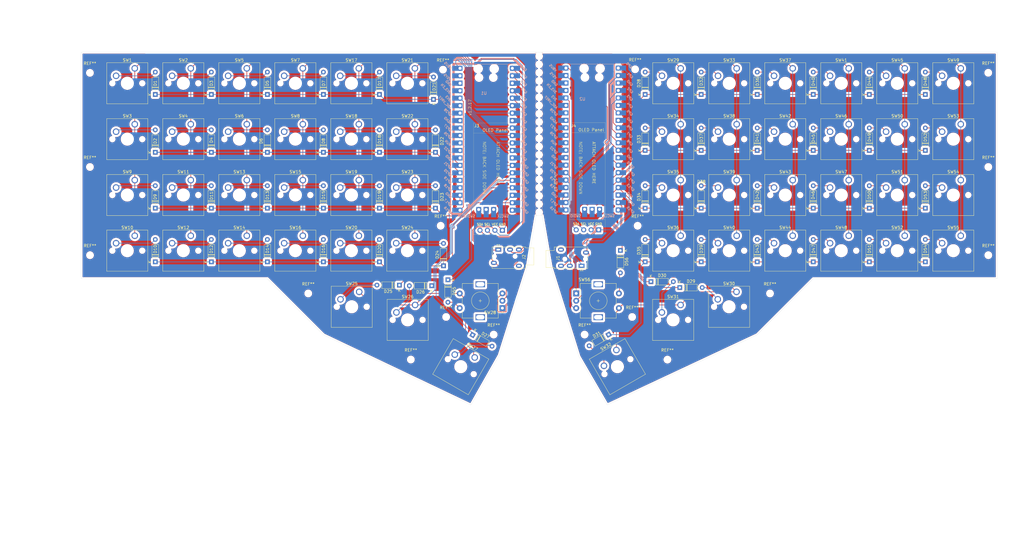
<source format=kicad_pcb>
(kicad_pcb (version 20241229) (generator "pcbnew") (generator_version "9.0")
  (layers (0 "F.Cu" signal) (2 "B.Cu" signal) (13 "F.Paste" user) (15 "B.Paste" user) (5 "F.SilkS" user "F.Silkscreen") (7 "B.SilkS" user "B.Silkscreen") (1 "F.Mask" user) (3 "B.Mask" user) (25 "Edge.Cuts" user))
  (net 0 "")
  (net 1 "/R0")
  (net 2 "Net-(D1-A)")
  (net 3 "/R1")
  (net 4 "Net-(D2-A)")
  (net 5 "Net-(D3-A)")
  (net 6 "Net-(D4-A)")
  (net 7 "Net-(D5-A)")
  (net 8 "Net-(D6-A)")
  (net 9 "Net-(D7-A)")
  (net 10 "Net-(D8-A)")
  (net 11 "/R2")
  (net 12 "Net-(D9-A)")
  (net 13 "/R3")
  (net 14 "Net-(D10-A)")
  (net 15 "Net-(D11-A)")
  (net 16 "Net-(D12-A)")
  (net 17 "Net-(D13-A)")
  (net 18 "Net-(D14-A)")
  (net 19 "Net-(D15-A)")
  (net 20 "Net-(D16-A)")
  (net 21 "Net-(D17-A)")
  (net 22 "Net-(D18-A)")
  (net 23 "Net-(D19-A)")
  (net 24 "Net-(D20-A)")
  (net 25 "Net-(D21-A)")
  (net 26 "Net-(D22-A)")
  (net 27 "Net-(D23-A)")
  (net 28 "Net-(D24-A)")
  (net 29 "Net-(D25-A)")
  (net 30 "Net-(D26-A)")
  (net 31 "Net-(D27-A)")
  (net 32 "Net-(D28-A)")
  (net 33 "/R4")
  (net 34 "Net-(D29-A)")
  (net 35 "/R5")
  (net 36 "Net-(D30-A)")
  (net 37 "/R6")
  (net 38 "Net-(D31-A)")
  (net 39 "/R7")
  (net 40 "Net-(D32-A)")
  (net 41 "Net-(D33-A)")
  (net 42 "Net-(D34-A)")
  (net 43 "Net-(D35-A)")
  (net 44 "Net-(D36-A)")
  (net 45 "Net-(D37-A)")
  (net 46 "Net-(D38-A)")
  (net 47 "Net-(D39-A)")
  (net 48 "Net-(D40-A)")
  (net 49 "Net-(D41-A)")
  (net 50 "Net-(D42-A)")
  (net 51 "Net-(D43-A)")
  (net 52 "Net-(D44-A)")
  (net 53 "Net-(D45-A)")
  (net 54 "Net-(D46-A)")
  (net 55 "Net-(D47-A)")
  (net 56 "Net-(D48-A)")
  (net 57 "Net-(D49-A)")
  (net 58 "Net-(D50-A)")
  (net 59 "Net-(D51-A)")
  (net 60 "Net-(D52-A)")
  (net 61 "Net-(D53-A)")
  (net 62 "Net-(D54-A)")
  (net 63 "Net-(J4-Pin_2)")
  (net 64 "Net-(U2-GPIO0)")
  (net 65 "Net-(U2-GPIO1)")
  (net 66 "/LGND")
  (net 67 "Net-(U1-GPIO0)")
  (net 68 "Net-(U1-GPIO1)")
  (net 69 "/COL1")
  (net 70 "/COL2")
  (net 71 "/COL3")
  (net 72 "/COL4")
  (net 73 "/COL5")
  (net 74 "/COL6")
  (net 75 "/COL7")
  (net 76 "/COL9")
  (net 77 "/COL8")
  (net 78 "/COL10")
  (net 79 "/COL11")
  (net 80 "/COL12")
  (net 81 "/COL13")
  (net 82 "/COL14")
  (net 90 "Net-(U1-3V3)")
  (net 92 "Net-(U1-GPIO17)")
  (net 99 "Net-(U2-3V3)")
  (net 101 "Net-(U2-GPIO16)")
  (net 115 "Net-(U2-VSYS)")
  (net 116 "Net-(J3-Pin_2)")
  (net 117 "Net-(J3-Pin_4)")
  (net 118 "Net-(J3-Pin_3)")
  (net 119 "Net-(J4-Pin_3)")
  (net 120 "Net-(J4-Pin_4)")
  (net 121 "Net-(D55-A)")
  (net 122 "Net-(D56-A)")
  (net 123 "/LB")
  (net 124 "/LA")
  (net 125 "/RB")
  (net 126 "/RA")
  (net 138 "/RGND")
  (footprint "MountingHole:2.2mm_breakaway" (layer "F.Cu") (at 143.4084 32.131)
    (property "Reference" "REF**2" (hide yes))
    (property "Value" "MountingHole_2.2mm_M2")
  )
  (footprint "Diode_THT:D_DO-35_SOD27_P7.62mm_Horizontal" (layer "F.Cu") (at 107.5182 44.0182 90)
    (property "Reference" "D21")
    (property "Value" "1N914")
  )
  (footprint "MountingHole:2.2mm_breakaway" (layer "F.Cu") (at 143.4084 82.423)
    (property "Reference" "REF**" (hide yes))
    (property "Value" "MountingHole_2.2mm_M2")
  )
  (footprint "Button_Switch_Keyboard:SW_Cherry_MX_1.00u_PCB" (layer "F.Cu") (at 248.588 52.465)
    (property "Reference" "SW46")
    (property "Value" "SW_Push_45deg")
  )
  (footprint "MountingHole:2.2mm_breakaway" (layer "F.Cu") (at 143.4084 76.835)
    (property "Reference" "REF**18" (hide yes))
    (property "Value" "MountingHole_2.2mm_M2")
  )
  (footprint "Diode_THT:D_DO-35_SOD27_P7.62mm_Horizontal" (layer "F.Cu") (at 191.19 108)
    (property "Reference" "D29")
    (property "Value" "1N914")
  )
  (footprint "Diode_THT:D_DO-35_SOD27_P7.62mm_Horizontal" (layer "F.Cu") (at 51.077428 62 90)
    (property "Reference" "D6")
    (property "Value" "1N914")
  )
  (footprint "Diode_THT:D_DO-35_SOD27_P7.62mm_Horizontal" (layer "F.Cu") (at 112.425428 105.38 -90)
    (property "Reference" "D55")
    (property "Value" "1N914")
  )
  (footprint "Diode_THT:D_DO-35_SOD27_P7.62mm_Horizontal" (layer "F.Cu") (at 198.464 81 90)
    (property "Reference" "D38")
    (property "Value" "1N914")
  )
  (footprint "Diode_THT:D_DO-35_SOD27_P7.62mm_Horizontal" (layer "F.Cu") (at 255.566 81 90)
    (property "Reference" "D50")
    (property "Value" "1N914")
  )
  (footprint "Diode_THT:D_DO-35_SOD27_P7.62mm_Horizontal" (layer "F.Cu") (at 217.498 61.355 90)
    (property "Reference" "D41")
    (property "Value" "1N914")
  )
  (footprint "Diode_THT:D_DO-35_SOD27_P7.62mm_Horizontal" (layer "F.Cu") (at 70.113428 99.275 90)
    (property "Reference" "D16")
    (property "Value" "1N914")
  )
  (footprint "Diode_THT:D_DO-35_SOD27_P7.62mm_Horizontal" (layer "F.Cu") (at 13.005428 42.355 90)
    (property "Reference" "D1")
    (property "Value" "1N914")
  )
  (footprint "Button_Switch_Keyboard:SW_Cherry_MX_1.00u_PCB" (layer "F.Cu") (at 169.659705 129.240591 30)
    (property "Reference" "SW32")
    (property "Value" "SW_Push_45deg")
  )
  (footprint "Button_Switch_Keyboard:SW_Cherry_MX_1.00u_PCB" (layer "F.Cu") (at 63.133428 52.465)
    (property "Reference" "SW8")
    (property "Value" "SW_Push_45deg")
  )
  (footprint "Button_Switch_Keyboard:SW_Cherry_MX_1.00u_PCB" (layer "F.Cu") (at 210.46 109.46)
    (property "Reference" "SW30")
    (property "Value" "SW_Push_45deg")
  )
  (footprint "Button_Switch_Keyboard:SW_Cherry_MX_1.00u_PCB" (layer "F.Cu") (at 25.069428 52.465)
    (property "Reference" "SW4")
    (property "Value" "SW_Push_45deg")
  )
  (footprint "Button_Switch_Keyboard:SW_Cherry_MX_1.00u_PCB" (layer "F.Cu") (at 101.197428 71.465)
    (property "Reference" "SW23")
    (property "Value" "SW_Push_45deg")
  )
  (footprint "Button_Switch_Keyboard:SW_Cherry_MX_1.00u_PCB" (layer "F.Cu") (at 229.556 52.465)
    (property "Reference" "SW42")
    (property "Value" "SW_Push_45deg")
  )
  (footprint "Diode_THT:D_DO-35_SOD27_P7.62mm_Horizontal" (layer "F.Cu") (at 32.041428 99.275 90)
    (property "Reference" "D12")
    (property "Value" "1N914")
  )
  (footprint "Diode_THT:D_DO-35_SOD27_P7.62mm_Horizontal" (layer "F.Cu") (at 110.925428 100.62 90)
    (property "Reference" "D24")
    (property "Value" "1N914")
  )
  (footprint "MountingHole:2.2mm_breakaway" (layer "F.Cu") (at 143.4084 79.629)
    (property "Reference" "REF**19" (hide yes))
    (property "Value" "MountingHole_2.2mm_M2")
  )
  (footprint "MountingHole:2.2mm_breakaway" (layer "F.Cu") (at 143.4084 65.659)
    (property "Reference" "REF**14" (hide yes))
    (property "Value" "MountingHole_2.2mm_M2")
  )
  (footprint "Diode_THT:D_DO-35_SOD27_P7.62mm_Horizontal" (layer "F.Cu") (at 70.113428 62 90)
    (property "Reference" "D8")
    (property "Value" "1N914")
  )
  (footprint "Button_Switch_Keyboard:SW_Cherry_MX_1.00u_PCB" (layer "F.Cu") (at 286.652 52.465)
    (property "Reference" "SW53")
    (property "Value" "SW_Push_45deg")
  )
  (footprint "Diode_THT:D_DO-35_SOD27_P7.62mm_Horizontal" (layer "F.Cu") (at 236.532 61.355 90)
    (property "Reference" "D45")
    (property "Value" "1N914")
  )
  (footprint "Diode_THT:D_DO-35_SOD27_P7.62mm_Horizontal" (layer "F.Cu") (at 179.43 81 90)
    (property "Reference" "D34")
    (property "Value" "1N914")
  )
  (footprint "Diode_THT:D_DO-35_SOD27_P7.62mm_Horizontal" (layer "F.Cu") (at 236.532 81 90)
    (property "Reference" "D46")
    (property "Value" "1N914")
  )
  (footprint "Diode_THT:D_DO-35_SOD27_P7.62mm_Horizontal" (layer "F.Cu") (at 274.6 42.355 90)
    (property "Reference" "D48")
    (property "Value" "1N914")
  )
  (footprint "MountingHole:2.2mm_breakaway" (layer "F.Cu") (at 143.4084 29.337)
    (property "Reference" "REF**1" (hide yes))
    (property "Value" "MountingHole_2.2mm_M2")
  )
  (footprint "Diode_THT:D_DO-35_SOD27_P7.62mm_Horizontal" (layer "F.Cu") (at 108.185428 81 90)
    (property "Reference" "D23")
    (property "Value" "1N914")
  )
  (footprint "Button_Switch_Keyboard:SW_Cherry_MX_1.00u_PCB" (layer "F.Cu") (at 191.492 71.465)
    (property "Reference" "SW35")
    (property "Value" "SW_Push_45deg")
  )
  (footprint "Diode_THT:D_DO-35_SOD27_P7.62mm_Horizontal" (layer "F.Cu") (at 70.113428 81 90)
    (property "Reference" "D15")
    (property "Value" "1N914")
  )
  (footprint "Button_Switch_Keyboard:SW_Cherry_MX_1.00u_PCB" (layer "F.Cu") (at 101.197428 90.385)
    (property "Reference" "SW24")
    (property "Value" "SW_Push_45deg")
  )
  (footprint "Diode_THT:D_DO-35_SOD27_P7.62mm_Horizontal" (layer "F.Cu") (at 13.005428 62 90)
    (property "Reference" "D2")
    (property "Value" "1N914")
  )
  (footprint "MountingHole:2.2mm_breakaway" (layer "F.Cu") (at 143.4084 43.307)
    (property "Reference" "REF**6" (hide yes))
    (property "Value" "MountingHole_2.2mm_M2")
  )
  (footprint "MountingHole:2.2mm_breakaway" (layer "F.Cu") (at -9.1948 67.0052)
    (property "Reference" "REF**")
    (property "Value" "MountingHole_2.2mm_M2")
  )
  (footprint "MountingHole:2.2mm_breakaway" (layer "F.Cu") (at 143.4084 51.689)
    (property "Reference" "REF**9" (hide yes))
    (property "Value" "MountingHole_2.2mm_M2")
  )
  (footprint "Button_Switch_Keyboard:SW_Cherry_MX_1.00u_PCB" (layer "F.Cu") (at 267.62 90.385)
    (property "Reference" "SW52")
    (property "Value" "SW_Push_45deg")
  )
  (footprint "Diode_THT:D_DO-35_SOD27_P7.62mm_Horizontal" (layer "F.Cu") (at 274.6 99.275 90)
    (property "Reference" "D54")
    (property "Value" "1N914")
  )
  (footprint "oled:SSD1306-0.91-OLED-4pin-128x32" (layer "F.Cu") (at 133.115428 52.015 -90)
    (property "Reference" "J3")
    (property "Value" "Conn_01x04_Socket")
  )
  (footprint "Diode_THT:D_DO-35_SOD27_P7.62mm_Horizontal" (layer "F.Cu") (at 32.041428 81 90)
    (property "Reference" "D11")
    (property "Value" "1N914")
  )
  (footprint "Button_Switch_Keyboard:SW_Cherry_MX_1.00u_PCB" (layer "F.Cu") (at 82.165428 33.465)
    (property "Reference" "SW17")
    (property "Value" "SW_Push_45deg")
  )
  (footprint "Diode_THT:D_DO-35_SOD27_P7.62mm_Horizontal" (layer "F.Cu") (at 255.566 99.275 90)
    (property "Reference" "D51")
    (property "Value" "1N914")
  )
  (footprint "Button_Switch_Keyboard:SW_Cherry_MX_1.00u_PCB" (layer "F.Cu") (at 44.101428 33.465)
    (property "Reference" "SW5")
    (property "Value" "SW_Push_45deg")
  )
  (footprint "Diode_THT:D_DO-35_SOD27_P7.62mm_Horizontal" (layer "F.Cu") (at 89.149428 81 90)
    (property "Reference" "D19")
    (property "Value" "1N914")
  )
  (footprint "LOGO" (layer "F.Cu") (at -6.65 89.2)
    (property "Reference" "G***" (hide yes))
    (property "Value" "LOGO" (hide yes))
  )
  (footprint "Button_Switch_Keyboard:SW_Cherry_MX_1.00u_PCB" (layer "F.Cu") (at 25.069428 90.385)
    (property "Reference" "SW12")
    (property "Value" "SW_Push_45deg")
  )
  (footprint "MountingHole:2.2mm_breakaway" (layer "F.Cu") (at 143.4084 74.041)
    (property "Reference" "REF**17" (hide yes))
    (property "Value" "MountingHole_2.2mm_M2")
  )
  (footprint "Button_Switch_Keyboard:SW_Cherry_MX_1.00u_PCB" (layer "F.Cu") (at 82.165428 52.465)
    (property "Reference" "SW18")
    (property "Value" "SW_Push_45deg")
  )
  (footprint "Diode_THT:D_DO-35_SOD27_P7.62mm_Horizontal" (layer "F.Cu") (at 95.925428 107.17 180)
    (property "Reference" "D25")
    (property "Value" "1N914")
  )
  (footprint "Button_Switch_Keyboard:SW_Cherry_MX_1.00u_PCB" (layer "F.Cu") (at 101.197428 52.465)
    (property "Reference" "SW22")
    (property "Value" "SW_Push_45deg")
  )
  (footprint "Diode_THT:D_DO-35_SOD27_P7.62mm_Horizontal" (layer "F.Cu") (at 181.38 106)
    (property "Reference" "D30")
    (property "Value" "1N914")
  )
  (footprint "Diode_THT:D_DO-35_SOD27_P7.62mm_Horizontal" (layer "F.Cu") (at 274.6 61.355 90)
    (property "Reference" "D52")
    (property "Value" "1N914")
  )
  (footprint "MountingHole:2.2mm_breakaway" (layer "F.Cu") (at 143.4084 71.247)
    (property "Reference" "REF**16" (hide yes))
    (property "Value" "MountingHole_2.2mm_M2")
  )
  (footprint "MountingHole:2.2mm_breakaway" (layer "F.Cu") (at 109.9566 86.995)
    (property "Reference" "REF**")
    (property "Value" "MountingHole_2.2mm_M2")
  )
  (footprint "Button_Switch_Keyboard:SW_Cherry_MX_1.00u_PCB" (layer "F.Cu") (at 248.588 90.385)
    (property "Reference" "SW48")
    (property "Value" "SW_Push_45deg")
  )
  (footprint "Button_Switch_Keyboard:SW_Cherry_MX_1.00u_PCB" (layer "F.Cu") (at 191.46 113.92)
    (property "Reference" "SW31")
    (property "Value" "SW_Push_45deg")
  )
  (footprint "Button_Switch_Keyboard:SW_Cherry_MX_1.00u_PCB" (layer "F.Cu") (at 82.275428 109.46)
    (property "Reference" "SW25")
    (property "Value" "SW_Push_45deg")
  )
  (footprint "Diode_THT:D_DO-35_SOD27_P7.62mm_Horizontal" (layer "F.Cu") (at 198.464 61.355 90)
    (property "Reference" "D37")
    (property "Value" "1N914")
  )
  (footprint "Button_Switch_Keyboard:SW_Cherry_MX_1.00u_PCB" (layer "F.Cu") (at 229.556 71.465)
    (property "Reference" "SW43")
    (property "Value" "SW_Push_45deg")
  )
  (footprint "Diode_THT:D_DO-35_SOD27_P7.62mm_Horizontal" (layer "F.Cu") (at 120.804844 124.1298 -30)
    (property "Reference" "D27")
    (property "Value" "1N914")
  )
  (footprint "MountingHole:2.2mm_breakaway" (layer "F.Cu") (at 143.4084 40.513)
    (property "Reference" "REF**5" (hide yes))
    (property "Value" "MountingHole_2.2mm_M2")
  )
  (footprint "Rotary_Encoder:RotaryEncoder_Alps_EC11E-Switch_Vertical_H20mm" (layer "F.Cu") (at 130.925428 115 180)
    (property "Reference" "SW28")
    (property "Value" "RotaryEncoder_Switch")
  )
  (footprint "Diode_THT:D_DO-35_SOD27_P7.62mm_Horizontal" (layer "F.Cu") (at 217.498 99.275 90)
    (property "Reference" "D43")
    (property "Value" "1N914")
  )
  (footprint "Diode_THT:D_DO-35_SOD27_P7.62mm_Horizontal" (layer "F.Cu") (at 70.113428 42.355 90)
    (property "Reference" "D7")
    (property "Value" "1N914")
  )
  (footprint "MountingHole:2.2mm_breakaway" (layer "F.Cu") (at -9.1948 35.0012)
    (property "Reference" "REF**")
    (property "Value" "MountingHole_2.2mm_M2")
  )
  (footprint "Button_Switch_Keyboard:SW_Cherry_MX_1.00u_PCB" (layer "F.Cu") (at 63.133428 90.385)
    (property "Reference" "SW16")
    (property "Value" "SW_Push_45deg")
  )
  (footprint "Diode_THT:D_DO-35_SOD27_P7.62mm_Horizontal" (layer "F.Cu") (at 179.43 61.355 90)
    (property "Reference" "D33")
    (property "Value" "1N914")
  )
  (footprint "Button_Switch_Keyboard:SW_Cherry_MX_1.00u_PCB" (layer "F.Cu") (at 82.165428 71.465)
    (property "Reference" "SW19")
    (property "Value" "SW_Push_45deg")
  )
  (footprint "Diode_THT:D_DO-35_SOD27_P7.62mm_Horizontal" (layer "F.Cu") (at 179.43 42.355 90)
    (property "Reference" "D28")
    (property "Value" "1N914")
  )
  (footprint "Diode_THT:D_DO-35_SOD27_P7.62mm_Horizontal" (layer "F.Cu") (at 171 95.38 -90)
    (property "Reference" "D56")
    (property "Value" "1N914")
  )
  (footprint "Diode_THT:D_DO-35_SOD27_P7.62mm_Horizontal" (layer "F.Cu") (at 51.077428 99.275 90)
    (property "Reference" "D14")
    (property "Value" "1N914")
  )
  (footprint "Diode_THT:D_DO-35_SOD27_P7.62mm_Horizontal" (layer "F.Cu") (at 167 124 -150)
    (property "Reference" "D31")
    (property "Value" "1N914")
  )
  (footprint "Diode_THT:D_DO-35_SOD27_P7.62mm_Horizontal" (layer "F.Cu") (at 217.498 42.355 90)
    (property "Reference" "D36")
    (property "Value" "1N914")
  )
  (footprint "LOGO" (layer "F.Cu") (at 160.05 49.9)
    (property "Reference" "G***" (hide yes))
    (property "Value" "LOGO" (hide yes))
  )
  (footprint "Button_Switch_Keyboard:SW_Cherry_MX_1.00u_PCB" (layer "F.Cu") (at 25.069428 33.465)
    (property "Reference" "SW2")
    (property "Value" "SW_Push_45deg")
  )
  (footprint "Button_Switch_Keyboard:SW_Cherry_MX_1.00u_PCB" (layer "F.Cu") (at 82.165428 90.385)
    (property "Reference" "SW20")
    (property "Value" "SW_Push_45deg")
  )
  (footprint "Button_Switch_Keyboard:SW_Cherry_MX_1.00u_PCB" (layer "F.Cu") (at 248.588 71.465)
    (property "Reference" "SW47")
    (property "Value" "SW_Push_45deg")
  )
  (footprint "MountingHole:2.2mm_breakaway" (layer "F.Cu") (at 143.4084 34.925)
    (property "Reference" "REF**3" (hide yes))
    (property "Value" "MountingHole_2.2mm_M2")
  )
  (footprint "Button_Switch_Keyboard:SW_Cherry_MX_1.00u_PCB" (layer "F.Cu") (at 248.588 33.465)
    (property "Reference" "SW41")
    (property "Value" "SW_Push_45deg")
  )
  (footprint "MountingHole:2.2mm_breakaway" (layer "F.Cu") (at 127.9652 124.0028)
    (property "Reference" "REF**")
    (property "Value" "MountingHole_2.2mm_M2")
  )
  (footprint "Diode_THT:D_DO-35_SOD27_P7.62mm_Horizontal" (layer "F.Cu") (at 236.532 99.275 90)
    (property "Reference" "D47")
    (property "Value" "1N914")
  )
  (footprint "MountingHole:2.2mm_breakaway" (layer "F.Cu") (at 221.8436 110.0074)
    (property "Reference" "REF**")
    (property "Value" "MountingHole_2.2mm_M2")
  )
  (footprint "MountingHole:2.2mm_breakaway" (layer "F.Cu") (at 143.4084 37.719)
    (property "Reference" "REF**4" (hide yes))
    (property "Value" "MountingHole_2.2mm_M2")
  )
  (footprint "Button_Switch_Keyboard:SW_Cherry_MX_1.00u_PCB" (layer "F.Cu") (at 44.101428 52.465)
    (property "Reference" "SW6")
    (property "Value" "SW_Push_45deg")
  )
  (footprint "MountingHole:2.2mm_breakaway" (layer "F.Cu") (at 175.006 118.0084)
    (property "Reference" "REF**")
    (property "Value" "MountingHole_2.2mm_M2")
  )
  (footprint "Diode_THT:D_DO-35_SOD27_P7.62mm_Horizontal" (layer "F.Cu") (at 51.077428 42.355 90)
    (property "Reference" "D5")
    (property "Value" "1N914")
  )
  (footprint "MountingHole:2.2mm_breakaway" (layer "F.Cu") (at 111.8108 118.0084)
    (property "Reference" "REF**")
    (property "Value" "MountingHole_2.2mm_M2")
  )
  (footprint "Button_Switch_Keyboard:SW_Cherry_MX_1.00u_PCB" (layer "F.Cu") (at 191.492 33.465)
    (property "Reference" "SW29")
    (property "Value" "SW_Push_45deg")
  )
  (footprint "LOGO" (layer "F.Cu") (at 294.675 57.9)
    (property "Reference" "G***" (hide yes))
    (property "Value" "LOGO" (hide yes))
  )
  (footprint "MountingHole:2.2mm_breakaway" (layer "F.Cu") (at -9.1694 97.0026)
    (property "Reference" "REF**")
    (property "Value" "MountingHole_2.2mm_M2")
  )
  (footprint "Diode_THT:D_DO-35_SOD27_P7.62mm_Horizontal" (layer "F.Cu") (at 179.43 99.275 90)
    (property "Reference" "D35")
    (property "Value" "1N914")
  )
  (footprint "Button_Switch_Keyboard:SW_Cherry_MX_1.00u_PCB" (layer "F.Cu") (at 63.133428 71.465)
    (property "Reference" "SW15")
    (property "Value" "SW_Push_45deg")
  )
  (footprint "Button_Switch_Keyboard:SW_Cherry_MX_1.00u_PCB" (layer "F.Cu") (at 210.524 52.465)
    (property "Reference" "SW38")
    (property "Value" "SW_Push_45deg")
  )
  (footprint "Diode_THT:D_DO-35_SOD27_P7.62mm_Horizontal" (layer "F.Cu") (at 274.6 81 90)
    (property "Reference" "D53")
    (property "Value" "1N914")
  )
  (footprint "Connector_Audio:Jack_3.5mm_PJ320E_Horizontal" (layer "F.Cu") (at 157.825 100.6 90)
    (property "Reference" "J1")
    (property "Value" "AudioJack4")
  )
  (footprint "Button_Switch_Keyboard:SW_Cherry_MX_1.00u_PCB" (layer "F.Cu") (at 210.524 71.465)
    (property "Reference" "SW39")
    (property "Value" "SW_Push_45deg")
  )
  (footprint "Diode_THT:D_DO-35_SOD27_P7.62mm_Horizontal" (layer "F.Cu") (at 89.149428 42.355 90)
    (property "Reference" "D17")
    (property "Value" "1N914")
  )
  (footprint "MountingHole:2.2mm_breakaway" (layer "F.Cu") (at 99.822 132.4864)
    (property "Reference" "REF**")
    (property "Value" "MountingHole_2.2mm_M2")
  )
  (footprint "Button_Switch_Keyboard:SW_Cherry_MX_1.00u_PCB" (layer "F.Cu") (at 101.275428 113.92)
    (property "Reference" "SW26")
    (property "Value" "SW_Push_45deg")
  )
  (footprint "Diode_THT:D_DO-35_SOD27_P7.62mm_Horizontal" (layer "F.Cu") (at 198.464 42.355 90)
    (property "Reference" "D32")
    (property "Value" "1N914")
  )
  (footprint "Button_Switch_Keyboard:SW_Cherry_MX_1.00u_PCB" (layer "F.Cu") (at 191.492 52.465)
    (property "Reference" "SW34")
    (property "Value" "SW_Push_45deg")
  )
  (footprint "MountingHole:2.2mm_breakaway" (layer "F.Cu") (at 143.4084 68.453)
    (property "Reference" "REF**15" (hide yes))
    (property "Value" "MountingHole_2.2mm_M2")
  )
  (footprint "MountingHole:2.2mm_breakaway" (layer "F.Cu") (at 143.4084 57.277)
    (property "Reference" "REF**11" (hide yes))
    (property "Value" "MountingHole_2.2mm_M2")
  )
  (footprint "Button_Switch_Keyboard:SW_Cherry_MX_1.00u_PCB" (layer "F.Cu") (at 229.556 90.385)
    (property "Reference" "SW44")
    (property "Value" "SW_Push_45deg")
  )
  (footprint "Diode_THT:D_DO-35_SOD27_P7.62mm_Horizontal" (layer "F.Cu") (at 13.005428 81 90)
    (property "Reference" "D9")
    (property "Value" "1N914")
  )
  (footprint "Diode_THT:D_DO-35_SOD27_P7.62mm_Horizontal" (layer "F.Cu") (at 106.925428 107.39 180)
    (property "Reference" "D26")
    (property "Value" "1N914")
  )
  (footprint "Diode_THT:D_DO-35_SOD27_P7.62mm_Horizontal" (layer "F.Cu") (at 51.077428 81 90)
    (property "Reference" "D13")
    (property "Value" "1N914")
  )
  (footprint "MountingHole:2.2mm_breakaway" (layer "F.Cu") (at 296.0116 97.0026)
    (property "Reference" "REF**")
    (property "Value" "MountingHole_2.2mm_M2")
  )
  (footprint "MountingHole:2.2mm_breakaway" (layer "F.Cu") (at 143.4084 62.865)
    (property "Reference" "REF**13" (hide yes))
    (property "Value" "MountingHole_2.2mm_M2")
  )
  (footprint "MountingHole:2.2mm_breakaway" (layer "F.Cu") (at 296.0116 67.0052)
    (property "Reference" "REF**")
    (property "Value" "MountingHole_2.2mm_M2")
  )
  (footprint "Button_Switch_Keyboard:SW_Cherry_MX_1.00u_PCB" (layer "F.Cu") (at 63.133428 33.465)
    (property "Reference" "SW7")
    (property "Value" "SW_Push_45deg")
  )
  (footprint "Button_Switch_Keyboard:SW_Cherry_MX_1.00u_PCB" (layer "F.Cu") (at 101.197428 33.465)
    (property "Reference" "SW21")
    (property "Value" "SW_Push_45deg")
  )
  (footprint "Button_Switch_Keyboard:SW_Cherry_MX_1.00u_PCB" (layer "F.Cu") (at 6.037428 33.465)
    (property "Reference" "SW1")
    (property "Value" "SW_Push_45deg")
  )
  (footprint "LOGO" (layer "F.Cu") (at 164.8 96.225)
    (property "Reference" "G***" (hide yes))
    (property "Value" "LOGO" (hide yes))
  )
  (footprint "Diode_THT:D_DO-35_SOD27_P7.62mm_Horizontal" (layer "F.Cu") (at 13.005428 99.275 90)
    (property "Reference" "D10")
    (property "Value" "1N914")
  )
  (footprint "MountingHole:2.2mm_breakaway" (layer "F.Cu") (at 295.9862 34.9758)
    (property "Reference" "REF**")
    (property "Value" "MountingHole_2.2mm_M2")
  )
  (footprint "MountingHole:2.2mm_breakaway" (layer "F.Cu") (at 143.4084 46.101)
    (property "Reference" "REF**7" (hide yes))
    (property "Value" "MountingHole_2.2mm_M2")
  )
  (footprint "Button_Switch_Keyboard:SW_Cherry_MX_1.00u_PCB" (layer "F.Cu") (at 229.556 33.465)
    (property "Reference" "SW37")
    (property "Value" "SW_Push_45deg")
  )
  (footprint "Button_Switch_Keyboard:SW_Cherry_MX_1.00u_PCB" (layer "F.Cu") (at 267.62 52.465)
    (property "Reference" "SW50")
    (property "Value" "SW_Push_45deg")
  )
  (footprint "Button_Switch_Keyboard:SW_Cherry_MX_1.00u_PCB" (layer "F.Cu") (at 191.492 90.385)
    (property "Reference" "SW36")
    (property "Value" "SW_Push_45deg")
  )
  (footprint "Button_Switch_Keyboard:SW_Cherry_MX_1.00u_PCB" (layer "F.Cu") (at 286.652 90.385)
    (property "Reference" "SW55")
    (property "Value" "SW_Push_45deg")
  )
  (footprint "Diode_THT:D_DO-35_SOD27_P7.62mm_Horizontal" (layer "F.Cu") (at 32.041428 42.355 90)
    (property "Reference" "D3")
    (property "Value" "1N914")
  )
  (footprint "MountingHole:2.2mm_breakaway" (layer "F.Cu") (at 176.8602 86.995)
    (property "Reference" "REF**")
    (property "Value" "MountingHole_2.2mm_M2")
  )
  (footprint "Button_Switch_Keyboard:SW_Cherry_MX_1.00u_PCB" (layer "F.Cu") (at 25.069428 71.465)
    (property "Reference" "SW11")
    (property "Value" "SW_Push_45deg")
  )
  (footprint "Button_Switch_Keyboard:SW_Cherry_MX_1.00u_PCB" (layer "F.Cu") (at 267.62 33.465)
    (property "Reference" "SW45")
    (property "Value" "SW_Push_45deg")
  )
  (footprint "Connector_Audio:Jack_3.5mm_PJ320E_Horizontal" (layer "F.Cu") (at 129.525 95.1 -90)
    (property "Reference" "J2")
    (property "Value" "AudioJack4")
  )
  (footprint "Button_Switch_Keyboard:SW_Cherry_MX_1.00u_PCB" (layer "F.Cu") (at 286.652 33.465)
    (property "Reference" "SW49")
    (property "Value" "SW_Push_45deg")
  )
  (footprint "MountingHole:2.2mm_breakaway" (layer "F.Cu") (at 110.744 33.909)
    (property "Reference" "REF**")
    (property "Value" "MountingHole_2.2mm_M2")
  )
  (footprint "MountingHole:2.2mm_breakaway" (layer "F.Cu") (at 64.9732 110.0074)
    (property "Reference" "REF**")
    (property "Value" "MountingHole_2.2mm_M2")
  )
  (footprint "MountingHole:2.2mm_breakaway" (layer "F.Cu") (at 143.4084 54.483)
    (property "Reference" "REF**10" (hide yes))
    (property "Value" "MountingHole_2.2mm_M2")
  )
  (footprint "Diode_THT:D_DO-35_SOD27_P7.62mm_Horizontal" (layer "F.Cu") (at 89.149428 62 90)
    (property "Reference" "D18")
    (property "Value" "1N914")
  )
  (footprint "Diode_THT:D_DO-35_SOD27_P7.62mm_Horizontal" (layer "F.Cu") (at 236.532 42.355 90)
    (property "Reference" "D40")
    (property "Value" "1N914")
  )
  (footprint "Button_Switch_Keyboard:SW_Cherry_MX_1.00u_PCB" (layer "F.Cu") (at 210.524 33.465)
    (property "Reference" "SW33")
    (property "Value" "SW_Push_45deg")
  )
  (footprint "Button_Switch_Keyboard:SW_Cherry_MX_1.00u_PCB" (layer "F.Cu") (at 121.525428 131.780591 -30)
    (property "Reference" "SW27")
    (property "Value" "SW_Push_45deg")
  )
  (footprint "Button_Switch_Keyboard:SW_Cherry_MX_1.00u_PCB" (layer "F.Cu") (at 44.101428 90.385)
    (property "Reference" "SW14")
    (property "Value" "SW_Push_45deg")
  )
  (footprint "Button_Switch_Keyboard:SW_Cherry_MX_1.00u_PCB" (layer "F.Cu") (at 6.037428 90.385)
    (property "Reference" "SW10")
    (property "Value" "SW_Push_45deg")
  )
  (footprint "MountingHole:2.2mm_breakaway" (layer "F.Cu") (at 186.9948 132.5118)
    (property "Reference" "REF**")
    (property "Value" "MountingHole_2.2mm_M2")
  )
  (footprint "Diode_THT:D_DO-35_SOD27_P7.62mm_Horizontal" (layer "F.Cu") (at 255.566 42.355 90)
    (property "Reference" "D44")
    (property "Value" "1N914")
  )
  (footprint "Rotary_Encoder:RotaryEncoder_Alps_EC11E-Switch_Vertical_H20mm" (layer "F.Cu") (at 156 110)
    (property "Reference" "SW56")
    (property "Value" "RotaryEncoder_Switch")
  )
  (footprint "LOGO" (layer "F.Cu") (at 125.975 40.225)
    (property "Reference" "G***" (hide yes))
    (property "Value" "LOGO" (hide yes))
  )
  (footprint "Diode_THT:D_DO-35_SOD27_P7.62mm_Horizontal" (layer "F.Cu") (at 217.498 81 90)
    (property "Reference" "D42")
    (property "Value" "1N914")
  )
  (footprint "Diode_THT:D_DO-35_SOD27_P7.62mm_Horizontal" (layer "F.Cu") (at 89.149428 99.275 90)
    (property "Reference" "D20")
    (property "Value" "1N914")
  )
  (footprint "MountingHole:2.2mm_breakaway" (layer "F.Cu") (at 143.4084 48.895)
    (property "Reference" "REF**8" (hide yes))
    (property "Value" "MountingHole_2.2mm_M2")
  )
  (footprint "Button_Switch_Keyboard:SW_Cherry_MX_1.00u_PCB" (layer "F.Cu") (at 6.037428 52.465)
    (property "Reference" "SW3")
    (property "Value" "SW_Push_45deg")
  )
  (footprint "Button_Switch_Keyboard:SW_Cherry_MX_1.00u_PCB" (layer "F.Cu") (at 286.652 71.465)
    (property "Reference" "SW54")
    (property "Value" "SW_Push_45deg")
  )
  (footprint "Diode_THT:D_DO-35_SOD27_P7.62mm_Horizontal" (layer "F.Cu") (at 198.464 99.275 90)
    (property "Reference" "D39")
    (property "Value" "1N914")
  )
  (footprint "Button_Switch_Keyboard:SW_Cherry_MX_1.00u_PCB" (layer "F.Cu") (at 267.62 71.465)
    (property "Reference" "SW51")
    (property "Value" "SW_Push_45deg")
  )
  (footprint "oled:SSD1306-0.91-OLED-4pin-128x32" (layer "F.Cu") (at 165.81 51.875 -90)
    (property "Reference" "J4")
    (property "Value" "Conn_01x04_Socket")
  )
  (footprint "MountingHole:2.2mm_breakaway" (layer "F.Cu") (at 143.4084 60.071)
    (property "Reference" "REF**12" (hide yes))
    (property "Value" "MountingHole_2.2mm_M2")
  )
  (footprint "Diode_THT:D_DO-35_SOD27_P7.62mm_Horizontal" (layer "F.Cu") (at 255.566 61.355 90)
    (property "Reference" "D49")
    (property "Value" "1N914")
  )
  (footprint "LOGO" (layer "F.Cu") (at 120.225 98.575)
    (property "Reference" "G***" (hide yes))
    (property "Value" "LOGO" (hide yes))
  )
  (footprint "Button_Switch_Keyboard:SW_Cherry_MX_1.00u_PCB" (layer "F.Cu") (at 44.101428 71.465)
    (property "Reference" "SW13")
    (property "Value" "SW_Push_45deg")
  )
  (footprint "Diode_THT:D_DO-35_SOD27_P7.62mm_Horizontal" (layer "F.Cu") (at 32.041428 62 90)
    (property "Reference" "D4")
    (property "Value" "1N914")
  )
  (footprint "MountingHole:2.2mm_breakaway" (layer "F.Cu") (at 176.022 33.782)
    (property "Reference" "REF**")
    (property "Value" "MountingHole_2.2mm_M2")
  )
  (footprint "Diode_THT:D_DO-35_SOD27_P7.62mm_Horizontal" (layer "F.Cu") (at 108.185428 62 90)
    (property "Reference" "D22")
    (property "Value" "1N914")
  )
  (footprint "Button_Switch_Keyboard:SW_Cherry_MX_1.00u_PCB" (layer "F.Cu") (at 210.524 90.385)
    (property "Reference" "SW40")
    (property "Value" "SW_Push_45deg")
  )
  (footprint "MountingHole:2.2mm_breakaway" (layer "F.Cu") (at 158.8516 124.0028)
    (property "Reference" "REF**")
    (property "Value" "MountingHole_2.2mm_M2")
  )
  (footprint "Button_Switch_Keyboard:SW_Cherry_MX_1.00u_PCB" (layer "F.Cu") (at 6.037428 71.465)
    (property "Reference" "SW9")
    (property "Value" "SW_Push_45deg")
  )
  (footprint "MCU_RaspberryPi_and_Boards:RPi_Pico_SMD_TH" (layer "B.Cu") (at 125.415428 57.575 180)
    (property "Reference" "U1")
    (property "Value" "Pico")
  )
  (footprint "MCU_RaspberryPi_and_Boards:RPi_Pico_SMD_TH" (layer "B.Cu") (at 161.4 57.5 180)
    (property "Reference" "U2")
    (property "Value" "Pico")
  )
  (gr_line (start 144.5 83.475) (end 144.5 28) (stroke (width 0.1)) (layer "B.SilkS"))
  (gr_line (start 142.3118 28) (end 142.3118 83.5) (stroke (width 0.1)) (layer "B.SilkS"))
  (gr_line (start 142.3162 83.4898) (end 139.319 100.9904) (stroke (width 0.05)) (layer "Edge.Cuts"))
  (gr_line (start 217.424 124.0536) (end 166.5224 147.9042) (stroke (width 0.05)) (layer "Edge.Cuts"))
  (gr_line (start 142.3162 27.9908) (end 144.5006 27.9908) (stroke (width 0.05)) (layer "Edge.Cuts"))
  (gr_line (start 299.0088 27.9908) (end 299.0088 104.9782) (stroke (width 0.05)) (layer "Edge.Cuts"))
  (gr_line (start 120.2436 147.9296) (end 70.1802 124.079) (stroke (width 0.05)) (layer "Edge.Cuts"))
  (gr_line (start 236.5248 104.9782) (end 217.424 124.0536) (stroke (width 0.05)) (layer "Edge.Cuts"))
  (gr_line (start 144.5006 27.9908) (end 299.0088 27.9908) (stroke (width 0.05)) (layer "Edge.Cuts"))
  (gr_line (start 139.319 100.9904) (end 129.8194 131.0132) (stroke (width 0.05)) (layer "Edge.Cuts"))
  (gr_line (start 70.1802 124.079) (end 51.0794 104.9528) (stroke (width 0.05)) (layer "Edge.Cuts"))
  (gr_line (start 142.3162 83.4898) (end 144.5006 83.4898) (stroke (width 0.05)) (layer "Edge.Cuts"))
  (gr_line (start 299.0088 104.9782) (end 236.5248 104.9782) (stroke (width 0.05)) (layer "Edge.Cuts"))
  (gr_line (start -12.192 27.9908) (end 142.3162 27.9908) (stroke (width 0.05)) (layer "Edge.Cuts"))
  (gr_line (start 156.972 131.4196) (end 147.4978 100.9904) (stroke (width 0.05)) (layer "Edge.Cuts"))
  (gr_line (start 147.4978 100.9904) (end 144.5006 83.4898) (stroke (width 0.05)) (layer "Edge.Cuts"))
  (gr_line (start -12.192 27.9908) (end -12.192 104.9528) (stroke (width 0.05)) (layer "Edge.Cuts"))
  (gr_line (start 51.0794 104.9528) (end -12.192 104.9528) (stroke (width 0.05)) (layer "Edge.Cuts"))
  (gr_line (start 166.5224 147.9042) (end 156.972 131.4196) (stroke (width 0.05)) (layer "Edge.Cuts"))
  (gr_line (start 129.8194 131.0132) (end 120.2436 147.9296) (stroke (width 0.05)) (layer "Edge.Cuts"))
  (gr_text "ATTACH OLED HERE" (at 128.825428 58.3 270) (layer "F.SilkS") (effects (font (size 1 1) (thickness 0.1)) (justify left bottom)))
  (gr_text "NOTE: BACK SIDE DOWN" (at 156.9 58.3 270) (layer "F.SilkS") (effects (font (size 1 1) (thickness 0.1)) (justify left bottom)))
  (gr_text "NOTE: BACK SIDE DOWN" (at 124.225428 58.3 270) (layer "F.SilkS") (effects (font (size 1 1) (thickness 0.1)) (justify left bottom)))
  (gr_text "ATTACH OLED HERE" (at 161.4 58.3 270) (layer "F.SilkS") (effects (font (size 1 1) (thickness 0.125)) (justify left bottom)))
  (gr_text "v1.2.17" (at 120.5 49.575 90) (layer "F.SilkS") (effects (font (size 1 1) (thickness 0.1)) (justify left bottom)))
  (gr_text "v1.2.17" (at 148.375 69.925 270) (layer "F.SilkS") (effects (font (size 1 1) (thickness 0.1)) (justify left bottom)))
  (segment (start 109.847214 44.0182) (end 107.5182 44.0182) (width 0.2) (layer "F.Cu") (net 1))
  (segment (start 113.324428 47.495414) (end 109.847214 44.0182) (width 0.2) (layer "F.Cu") (net 1))
  (segment (start 113.324428 66.3711) (end 113.324428 47.495414) (width 0.2) (layer "F.Cu") (net 1))
  (segment (start 113.325428 66.3721) (end 113.324428 66.3711) (width 0.2) (layer "F.Cu") (net 1))
  (segment (start 134.305428 69.005) (end 130.870091 69.005) (width 0.2) (layer "F.Cu") (net 1))
  (segment (start 113.325428 82.117157) (end 113.325428 66.3721) (width 0.2) (layer "F.Cu") (net 1))
  (segment (start 130.870091 69.005) (end 117.020091 82.855) (width 0.2) (layer "F.Cu") (net 1))
  (segment (start 117.020091 82.855) (end 114.063271 82.855) (width 0.2) (layer "F.Cu") (net 1))
  (segment (start 114.063271 82.855) (end 113.325428 82.117157) (width 0.2) (layer "F.Cu") (net 1))
  (segment (start 90.812628 44.0182) (end 89.149428 42.355) (width 0.2) (layer "B.Cu") (net 1))
  (segment (start 120.425428 81.236372) (end 129.651065 72.010735) (width 0.2) (layer "B.Cu") (net 1))
  (segment (start 131.299693 72.010735) (end 134.305428 69.005) (width 0.2) (layer "B.Cu") (net 1))
  (segment (start 32.041428 42.355) (end 51.077428 42.355) (width 0.2) (layer "B.Cu") (net 1))
  (segment (start 120.425428 98.5) (end 120.425428 81.236372) (width 0.2) (layer "B.Cu") (net 1))
  (segment (start 13.005428 42.355) (end 32.041428 42.355) (width 0.2) (layer "B.Cu") (net 1))
  (segment (start 112.425428 105.38) (end 113.545428 105.38) (width 0.2) (layer "B.Cu") (net 1))
  (segment (start 51.077428 42.355) (end 70.113428 42.355) (width 0.2) (layer "B.Cu") (net 1))
  (segment (start 107.5182 44.0182) (end 90.812628 44.0182) (width 0.2) (layer "B.Cu") (net 1))
  (segment (start 129.651065 72.010735) (end 131.299693 72.010735) (width 0.2) (layer "B.Cu") (net 1))
  (segment (start 113.545428 105.38) (end 120.425428 98.5) (width 0.2) (layer "B.Cu") (net 1))
  (segment (start 70.113428 42.355) (end 89.149428 42.355) (width 0.2) (layer "B.Cu") (net 1))
  (segment (start 13.005428 34.735) (end 11.735428 36.005) (width 0.2) (layer "B.Cu") (net 2))
  (segment (start 11.735428 36.005) (end -0.312572 36.005) (width 0.2) (layer "B.Cu") (net 2))
  (segment (start 98.925428 104.17) (end 95.925428 107.17) (width 0.2) (layer "F.Cu") (net 3))
  (segment (start 129.030042 71.410735) (end 129.791163 71.410735) (width 0.2) (layer "F.Cu") (net 3))
  (segment (start 112.925428 66.74) (end 112.925428 82.282843) (width 0.2) (layer "F.Cu") (net 3))
  (segment (start 129.791163 71.410735) (end 129.925428 71.545) (width 0.2) (layer "F.Cu") (net 3))
  (segment (start 114.525428 87.565687) (end 113.925428 88.165687) (width 0.2) (layer "F.Cu") (net 3))
  (segment (start 129.925428 71.545) (end 134.305428 71.545) (width 0.2) (layer "F.Cu") (net 3))
  (segment (start 112.925428 82.282843) (end 113.897585 83.255) (width 0.2) (layer "F.Cu") (net 3))
  (segment (start 110.925428 104) (end 98.925428 104) (width 0.2) (layer "F.Cu") (net 3))
  (segment (start 117.185777 83.255) (end 129.030042 71.410735) (width 0.2) (layer "F.Cu") (net 3))
  (segment (start 113.925428 88.165687) (end 113.925428 101) (width 0.2) (layer "F.Cu") (net 3))
  (segment (start 98.925428 104) (end 98.925428 104.17) (width 0.2) (layer "F.Cu") (net 3))
  (segment (start 113.925428 101) (end 110.925428 104) (width 0.2) (layer "F.Cu") (net 3))
  (segment (start 113.897585 83.255) (end 117.185777 83.255) (width 0.2) (layer "F.Cu") (net 3))
  (segment (start 108.185428 62) (end 112.925428 66.74) (width 0.2) (layer "F.Cu") (net 3))
  (via (at 114.525428 87.565687) (size 0.6) (drill 0.3) (layers "F.Cu" "B.Cu") (net 3))
  (via (at 129.791163 71.410735) (size 0.6) (drill 0.3) (layers "F.Cu" "B.Cu") (net 3))
  (segment (start 32.041428 62) (end 70.113428 62) (width 0.2) (layer "B.Cu") (net 3))
  (segment (start 13.005428 62) (end 51.077428 62) (width 0.2) (layer "B.Cu") (net 3))
  (segment (start 70.113428 62) (end 108.185428 62) (width 0.2) (layer "B.Cu") (net 3))
  (segment (start 51.077428 62) (end 89.149428 62) (width 0.2) (layer "B.Cu") (net 3))
  (segment (start 114.525428 86.570686) (end 129.685379 71.410735) (width 0.2) (layer "B.Cu") (net 3))
  (segment (start 129.685379 71.410735) (end 129.791163 71.410735) (width 0.2) (layer "B.Cu") (net 3))
  (segment (start 114.525428 87.565687) (end 114.525428 86.570686) (width 0.2) (layer "B.Cu") (net 3))
  (segment (start 13.005428 62) (end 32.041428 62) (width 0.2) (layer "B.Cu") (net 3))
  (segment (start 0.312428 54.38) (end -0.312572 55.005) (width 0.2) (layer "B.Cu") (net 4))
  (segment (start 13.005428 54.38) (end 0.312428 54.38) (width 0.2) (layer "B.Cu") (net 4))
  (segment (start 32.041428 34.735) (end 30.771428 36.005) (width 0.2) (layer "B.Cu") (net 5))
  (segment (start 30.771428 36.005) (end 18.719428 36.005) (width 0.2) (layer "B.Cu") (net 5))
  (segment (start 32.041428 54.38) (end 19.344428 54.38) (width 0.2) (layer "B.Cu") (net 6))
  (segment (start 19.344428 54.38) (end 18.719428 55.005) (width 0.2) (layer "B.Cu") (net 6))
  (segment (start 51.077428 34.735) (end 49.807428 36.005) (width 0.2) (layer "B.Cu") (net 7))
  (segment (start 49.807428 36.005) (end 37.751428 36.005) (width 0.2) (layer "B.Cu") (net 7))
  (segment (start 51.077428 54.38) (end 38.376428 54.38) (width 0.2) (layer "B.Cu") (net 8))
  (segment (start 38.376428 54.38) (end 37.751428 55.005) (width 0.2) (layer "B.Cu") (net 8))
  (segment (start 70.113428 34.735) (end 68.843428 36.005) (width 0.2) (layer "B.Cu") (net 9))
  (segment (start 68.843428 36.005) (end 56.783428 36.005) (width 0.2) (layer "B.Cu") (net 9))
  (segment (start 70.113428 54.38) (end 57.408428 54.38) (width 0.2) (layer "B.Cu") (net 10))
  (segment (start 57.408428 54.38) (end 56.783428 55.005) (width 0.2) (layer "B.Cu") (net 10))
  (segment (start 117.351463 83.655) (end 126.921463 74.085) (width 0.2) (layer "F.Cu") (net 11))
  (segment (start 111.925428 83.655) (end 117.351463 83.655) (width 0.2) (layer "F.Cu") (net 11))
  (segment (start 108.185428 81) (end 110.840428 83.655) (width 0.2) (layer "F.Cu") (net 11))
  (segment (start 112.770428 83.655) (end 111.925428 83.655) (width 0.2) (layer "F.Cu") (net 11))
  (segment (start 112.859742 83.565686) (end 112.770428 83.655) (width 0.2) (layer "F.Cu") (net 11))
  (segment (start 126.921463 74.085) (end 134.305428 74.085) (width 0.2) (layer "F.Cu") (net 11))
  (segment (start 112.859742 83.065686) (end 112.859742 83.565686) (width 0.2) (layer "F.Cu") (net 11))
  (segment (start 110.840428 83.655) (end 111.925428 83.655) (width 0.2) (layer "F.Cu") (net 11))
  (via (at 112.859742 83.065686) (size 0.6) (drill 0.3) (layers "F.Cu" "B.Cu") (net 11))
  (segment (start 32.041428 81) (end 51.077428 81) (width 0.2) (layer "B.Cu") (net 11))
  (segment (start 107.625428 101.154314) (end 107.625428 106.69) (width 0.2) (layer "B.Cu") (net 11))
  (segment (start 89.149428 81) (end 108.185428 81) (width 0.2) (layer "B.Cu") (net 11))
  (segment (start 112.925428 87.477183) (end 113.125428 87.677183) (width 0.2) (layer "B.Cu") (net 11))
  (segment (start 13.005428 81) (end 32.041428 81) (width 0.2) (layer "B.Cu") (net 11))
  (segment (start 51.077428 81) (end 70.113428 81) (width 0.2) (layer "B.Cu") (net 11))
  (segment (start 113.125428 87.677183) (end 113.125428 95.654314) (width 0.2) (layer "B.Cu") (net 11))
  (segment (start 70.113428 81) (end 89.149428 81) (width 0.2) (layer "B.Cu") (net 11))
  (segment (start 107.625428 106.69) (end 106.925428 107.39) (width 0.2) (layer "B.Cu") (net 11))
  (segment (start 112.859742 83.065686) (end 112.925428 83.131372) (width 0.2) (layer "B.Cu") (net 11))
  (segment (start 113.125428 95.654314) (end 107.625428 101.154314) (width 0.2) (layer "B.Cu") (net 11))
  (segment (start 112.925428 83.131372) (end 112.925428 87.477183) (width 0.2) (layer "B.Cu") (net 11))
  (segment (start 0.312428 73.38) (end -0.312572 74.005) (width 0.2) (layer "B.Cu") (net 12))
  (segment (start 13.005428 73.38) (end 0.312428 73.38) (width 0.2) (layer "B.Cu") (net 12))
  (segment (start 117.517149 84.055) (end 122.407149 79.165) (width 0.2) (layer "F.Cu") (net 13))
  (segment (start 116.870428 84.055) (end 117.517149 84.055) (width 0.2) (layer "F.Cu") (net 13))
  (segment (start 110.925428 100.62) (end 90.494428 100.62) (width 0.2) (layer "F.Cu") (net 13))
  (segment (start 90.494428 100.62) (end 89.149428 99.275) (width 0.2) (layer "F.Cu") (net 13))
  (segment (start 122.407149 79.165) (end 134.305428 79.165) (width 0.2) (layer "F.Cu") (net 13))
  (segment (start 113.925428 87) (end 116.870428 84.055) (width 0.2) (layer "F.Cu") (net 13))
  (via (at 113.925428 87) (size 0.6) (drill 0.3) (layers "F.Cu" "B.Cu") (net 13))
  (segment (start 108.425428 111.168628) (end 108.425428 101.485686) (width 0.2) (layer "B.Cu") (net 13))
  (segment (start 70.113428 99.275) (end 89.149428 99.275) (width 0.2) (layer "B.Cu") (net 13))
  (segment (start 120.804844 123.548044) (end 108.425428 111.168628) (width 0.2) (layer "B.Cu") (net 13))
  (segment (start 110.925428 98.985686) (end 113.925428 95.985686) (width 0.2) (layer "B.Cu") (net 13))
  (segment (start 113.925428 95.985686) (end 113.925428 87) (width 0.2) (layer "B.Cu") (net 13))
  (segment (start 13.005428 99.275) (end 32.041428 99.275) (width 0.2) (layer "B.Cu") (net 13))
  (segment (start 51.077428 99.275) (end 70.113428 99.275) (width 0.2) (layer "B.Cu") (net 13))
  (segment (start 120.804844 124.1298) (end 120.804844 123.548044) (width 0.2) (layer "B.Cu") (net 13))
  (segment (start 108.425428 101.485686) (end 109.291114 100.62) (width 0.2) (layer "B.Cu") (net 13))
  (segment (start 32.041428 99.275) (end 51.077428 99.275) (width 0.2) (layer "B.Cu") (net 13))
  (segment (start 109.291114 100.62) (end 110.925428 100.62) (width 0.2) (layer "B.Cu") (net 13))
  (segment (start 110.925428 100.62) (end 110.925428 98.985686) (width 0.2) (layer "B.Cu") (net 13))
  (segment (start 13.005428 91.655) (end 11.735428 92.925) (width 0.2) (layer "B.Cu") (net 14))
  (segment (start 11.735428 92.925) (end -0.312572 92.925) (width 0.2) (layer "B.Cu") (net 14))
  (segment (start 19.344428 73.38) (end 18.719428 74.005) (width 0.2) (layer "B.Cu") (net 15))
  (segment (start 32.041428 73.38) (end 19.344428 73.38) (width 0.2) (layer "B.Cu") (net 15))
  (segment (start 32.041428 91.655) (end 30.771428 92.925) (width 0.2) (layer "B.Cu") (net 16))
  (segment (start 30.771428 92.925) (end 18.719428 92.925) (width 0.2) (layer "B.Cu") (net 16))
  (segment (start 38.376428 73.38) (end 37.751428 74.005) (width 0.2) (layer "B.Cu") (net 17))
  (segment (start 51.077428 73.38) (end 38.376428 73.38) (width 0.2) (layer "B.Cu") (net 17))
  (segment (start 51.077428 91.655) (end 49.807428 92.925) (width 0.2) (layer "B.Cu") (net 18))
  (segment (start 49.807428 92.925) (end 37.751428 92.925) (width 0.2) (layer "B.Cu") (net 18))
  (segment (start 70.113428 73.38) (end 57.408428 73.38) (width 0.2) (layer "B.Cu") (net 19))
  (segment (start 57.408428 73.38) (end 56.783428 74.005) (width 0.2) (layer "B.Cu") (net 19))
  (segment (start 70.113428 91.655) (end 68.843428 92.925) (width 0.2) (layer "B.Cu") (net 20))
  (segment (start 68.843428 92.925) (end 56.783428 92.925) (width 0.2) (layer "B.Cu") (net 20))
  (segment (start 87.879428 36.005) (end 75.815428 36.005) (width 0.2) (layer "B.Cu") (net 21))
  (segment (start 89.149428 34.735) (end 87.879428 36.005) (width 0.2) (layer "B.Cu") (net 21))
  (segment (start 89.149428 54.38) (end 76.440428 54.38) (width 0.2) (layer "B.Cu") (net 22))
  (segment (start 76.440428 54.38) (end 75.815428 55.005) (width 0.2) (layer "B.Cu") (net 22))
  (segment (start 76.440428 73.38) (end 75.815428 74.005) (width 0.2) (layer "B.Cu") (net 23))
  (segment (start 89.149428 73.38) (end 76.440428 73.38) (width 0.2) (layer "B.Cu") (net 23))
  (segment (start 89.149428 91.655) (end 87.879428 92.925) (width 0.2) (layer "B.Cu") (net 24))
  (segment (start 87.879428 92.925) (end 75.815428 92.925) (width 0.2) (layer "B.Cu") (net 24))
  (segment (start 106.915428 36.005) (end 94.847428 36.005) (width 0.2) (layer "B.Cu") (net 25))
  (segment (start 95.472428 54.38) (end 94.847428 55.005) (width 0.2) (layer "B.Cu") (net 26))
  (segment (start 108.185428 54.38) (end 95.472428 54.38) (width 0.2) (layer "B.Cu") (net 26))
  (segment (start 95.472428 73.38) (end 94.847428 74.005) (width 0.2) (layer "B.Cu") (net 27))
  (segment (start 108.185428 73.38) (end 95.472428 73.38) (width 0.2) (layer "B.Cu") (net 27))
  (segment (start 94.922428 93) (end 94.847428 92.925) (width 0.2) (layer "B.Cu") (net 28))
  (segment (start 110.925428 93) (end 94.922428 93) (width 0.2) (layer "B.Cu") (net 28))
  (segment (start 80.755428 107.17) (end 75.925428 112) (width 0.2) (layer "B.Cu") (net 29))
  (segment (start 88.305428 107.17) (end 80.755428 107.17) (width 0.2) (layer "B.Cu") (net 29))
  (segment (start 99.305428 112.08) (end 94.925428 116.46) (width 0.2) (layer "B.Cu") (net 30))
  (segment (start 99.305428 107.39) (end 99.305428 112.08) (width 0.2) (layer "B.Cu") (net 30))
  (segment (start 125.925428 127.635) (end 127.924986 127.635) (width 0.2) (layer "B.Cu") (net 31))
  (segment (start 119.606168 127.635) (end 125.925428 127.635) (width 0.2) (layer "B.Cu") (net 31))
  (segment (start 115.643888 130.15787) (end 114.996462 130.805296) (width 0.2) (layer "B.Cu") (net 31))
  (segment (start 125.925428 127.635) (end 127.099158 127.635) (width 0.2) (layer "B.Cu") (net 31))
  (segment (start 127.099158 127.635) (end 127.403958 127.9398) (width 0.2) (layer "B.Cu") (net 31))
  (segment (start 117.083298 130.15787) (end 119.606168 127.635) (width 0.2) (layer "B.Cu") (net 31))
  (segment (start 117.083298 130.15787) (end 115.643888 130.15787) (width 0.2) (layer "B.Cu") (net 31))
  (segment (start 179.43 34.735) (end 183.872 34.735) (width 0.2) (layer "F.Cu") (net 32))
  (segment (start 183.872 34.735) (end 185.142 36.005) (width 0.2) (layer "F.Cu") (net 32))
  (segment (start 198.464 42.355) (end 217.498 42.355) (width 0.2) (layer "F.Cu") (net 33))
  (segment (start 171.6 94.78) (end 171.6 90.165686) (width 0.2) (layer "F.Cu") (net 33))
  (segment (start 179.43 42.355) (end 176 45.785) (width 0.2) (layer "F.Cu") (net 33))
  (segment (start 176 65.194314) (end 172.264314 68.93) (width 0.2) (layer "F.Cu") (net 33))
  (segment (start 172.264314 68.93) (end 170.29 68.93) (width 0.2) (layer "F.Cu") (net 33))
  (segment (start 171.6 90.165686) (end 167 85.565686) (width 0.2) (layer "F.Cu") (net 33))
  (segment (start 236.532 42.355) (end 255.566 42.355) (width 0.2) (layer "F.Cu") (net 33))
  (segment (start 167 72.22) (end 170.29 68.93) (width 0.2) (layer "F.Cu") (net 33))
  (segment (start 217.498 42.355) (end 236.532 42.355) (width 0.2) (layer "F.Cu") (net 33))
  (segment (start 179.43 42.355) (end 198.464 42.355) (width 0.2) (layer "F.Cu") (net 33))
  (segment (start 176 45.785) (end 176 65.194314) (width 0.2) (layer "F.Cu") (net 33))
  (segment (start 167 85.565686) (end 167 72.22) (width 0.2) (layer "F.Cu") (net 33))
  (segment (start 255.566 42.355) (end 274.6 42.355) (width 0.2) (layer "F.Cu") (net 33))
  (segment (start 171 95.38) (end 171.6 94.78) (width 0.2) (layer "F.Cu") (net 33))
  (segment (start 204.11 112) (end 200.11 108) (width 0.2) (layer "B.Cu") (net 34))
  (segment (start 200.11 108) (end 198.81 108) (width 0.2) (layer "B.Cu") (net 34))
  (segment (start 217.498 61.355) (end 198.464 61.355) (width 0.2) (layer "F.Cu") (net 35))
  (segment (start 198.355 61.355) (end 198 61) (width 0.2) (layer "F.Cu") (net 35))
  (segment (start 167.4 85.4) (end 167.4 74.36) (width 0.2) (layer "F.Cu") (net 35))
  (segment (start 236.532 61.355) (end 255.566 61.355) (width 0.2) (layer "F.Cu") (net 35))
  (segment (start 198 61) (end 197.645 61.355) (width 0.2) (layer "F.Cu") (net 35))
  (segment (start 179.43 61.355) (end 178.645 61.355) (width 0.2) (layer "F.Cu") (net 35))
  (segment (start 236.532 61.355) (end 217.498 61.355) (width 0.2) (layer "F.Cu") (net 35))
  (segment (start 173.95 101.015686) (end 173.95 91.95) (width 0.2) (layer "F.Cu") (net 35))
  (segment (start 176.4 63.6) (end 176.4 65.36) (width 0.2) (layer "F.Cu") (net 35))
  (segment (start 173.95 91.95) (end 167.4 85.4) (width 0.2) (layer "F.Cu") (net 35))
  (segment (start 198.464 61.355) (end 198.355 61.355) (width 0.2) (layer "F.Cu") (net 35))
  (segment (start 197.645 61.355) (end 179.43 61.355) (width 0.2) (layer "F.Cu") (net 35))
  (segment (start 191.19 108) (end 180.934314 108) (width 0.2) (layer "F.Cu") (net 35))
  (segment (start 180.934314 108) (end 173.95 101.015686) (width 0.2) (layer "F.Cu") (net 35))
  (segment (start 176.4 65.36) (end 170.29 71.47) (width 0.2) (layer "F.Cu") (net 35))
  (segment (start 167.4 74.36) (end 170.29 71.47) (width 0.2) (layer "F.Cu") (net 35))
  (segment (start 274.6 61.355) (end 255.566 61.355) (width 0.2) (layer "F.Cu") (net 35))
  (segment (start 178.645 61.355) (end 176.4 63.6) (width 0.2) (layer "F.Cu") (net 35))
  (segment (start 185.11 116.46) (end 185.11 109.89) (width 0.2) (layer "B.Cu") (net 36))
  (segment (start 185.11 109.89) (end 189 106) (width 0.2) (layer "B.Cu") (net 36))
  (segment (start 170.29 74.01) (end 167.8 76.5) (width 0.2) (layer "F.Cu") (net 37))
  (segment (start 217.498 81) (end 236.532 81) (width 0.2) (layer "F.Cu") (net 37))
  (segment (start 236.532 81) (end 255.566 81) (width 0.2) (layer "F.Cu") (net 37))
  (segment (start 179.43 81) (end 198.464 81) (width 0.2) (layer "F.Cu") (net 37))
  (segment (start 255.566 81) (end 274.6 81) (width 0.2) (layer "F.Cu") (net 37))
  (segment (start 167.8 76.5) (end 167.8 85.234314) (width 0.2) (layer "F.Cu") (net 37))
  (segment (start 167.8 85.234314) (end 174.35 91.784314) (width 0.2) (layer "F.Cu") (net 37))
  (segment (start 174.35 91.784314) (end 174.35 100.85) (width 0.2) (layer "F.Cu") (net 37))
  (segment (start 179.5 106) (end 181.38 106) (width 0.2) (layer "F.Cu") (net 37))
  (segment (start 177.28 81) (end 170.29 74.01) (width 0.2) (layer "F.Cu") (net 37))
  (segment (start 174.35 100.85) (end 179.5 106) (width 0.2) (layer "F.Cu") (net 37))
  (segment (start 198.464 81) (end 217.498 81) (width 0.2) (layer "F.Cu") (net 37))
  (segment (start 179.43 81) (end 177.28 81) (width 0.2) (layer "F.Cu") (net 37))
  (segment (start 165.430444 134.615296) (end 165.430444 132.839558) (width 0.2) (layer "F.Cu") (net 38))
  (segment (start 165.430444 132.839558) (end 160.400886 127.81) (width 0.2) (layer "F.Cu") (net 38))
  (segment (start 171.5 80.3) (end 170.29 79.09) (width 0.2) (layer "F.Cu") (net 39))
  (segment (start 198.464 99.275) (end 179.43 99.275) (width 0.2) (layer "F.Cu") (net 39))
  (segment (start 175.151 91.452528) (end 171.5 87.801528) (width 0.2) (layer "F.Cu") (net 39))
  (segment (start 175.151 95.751) (end 175.151 91.452528) (width 0.2) (layer "F.Cu") (net 39))
  (segment (start 179.43 99.275) (end 178.675 99.275) (width 0.2) (layer "F.Cu") (net 39))
  (segment (start 255.566 99.275) (end 236.532 99.275) (width 0.2) (layer "F.Cu") (net 39))
  (segment (start 274.6 99.275) (end 255.566 99.275) (width 0.2) (layer "F.Cu") (net 39))
  (segment (start 178.675 99.275) (end 175.151 95.751) (width 0.2) (layer "F.Cu") (net 39))
  (segment (start 217.498 99.275) (end 198.464 99.275) (width 0.2) (layer "F.Cu") (net 39))
  (segment (start 236.532 99.275) (end 217.498 99.275) (width 0.2) (layer "F.Cu") (net 39))
  (segment (start 171.5 87.801528) (end 171.5 80.3) (width 0.2) (layer "F.Cu") (net 39))
  (segment (start 178 100.705) (end 179.43 99.275) (width 0.2) (layer "B.Cu") (net 39))
  (segment (start 167 124) (end 174 124) (width 0.2) (layer "B.Cu") (net 39))
  (segment (start 174 124) (end 178 120) (width 0.2) (layer "B.Cu") (net 39))
  (segment (start 178 120) (end 178 100.705) (width 0.2) (layer "B.Cu") (net 39))
  (segment (start 198.464 34.735) (end 202.904 34.735) (width 0.2) (layer "F.Cu") (net 40))
  (segment (start 202.904 34.735) (end 204.174 36.005) (width 0.2) (layer "F.Cu") (net 40))
  (segment (start 183.872 53.735) (end 185.142 55.005) (width 0.2) (layer "F.Cu") (net 41))
  (segment (start 179.43 53.735) (end 183.872 53.735) (width 0.2) (layer "F.Cu") (net 41))
  (segment (start 184.517 73.38) (end 185.142 74.005) (width 0.2) (layer "F.Cu") (net 42))
  (segment (start 179.43 73.38) (end 184.517 73.38) (width 0.2) (layer "F.Cu") (net 42))
  (segment (start 183.872 91.655) (end 185.142 92.925) (width 0.2) (layer "F.Cu") (net 43))
  (segment (start 179.43 91.655) (end 183.872 91.655) (width 0.2) (layer "F.Cu") (net 43))
  (segment (start 217.498 34.735) (end 221.936 34.735) (width 0.2) (layer "F.Cu") (net 44))
  (segment (start 221.936 34.735) (end 223.206 36.005) (width 0.2) (layer "F.Cu") (net 44))
  (segment (start 198.464 53.735) (end 202.904 53.735) (width 0.2) (layer "F.Cu") (net 45))
  (segment (start 202.904 53.735) (end 204.174 55.005) (width 0.2) (layer "F.Cu") (net 45))
  (segment (start 203.549 73.38) (end 204.174 74.005) (width 0.2) (layer "F.Cu") (net 46))
  (segment (start 198.464 73.38) (end 203.549 73.38) (width 0.2) (layer "F.Cu") (net 46))
  (segment (start 202.904 91.655) (end 204.174 92.925) (width 0.2) (layer "F.Cu") (net 47))
  (segment (start 198.464 91.655) (end 202.904 91.655) (width 0.2) (layer "F.Cu") (net 47))
  (segment (start 236.532 34.735) (end 240.968 34.735) (width 0.2) (layer "F.Cu") (net 48))
  (segment (start 240.968 34.735) (end 242.238 36.005) (width 0.2) (layer "F.Cu") (net 48))
  (segment (start 221.936 53.735) (end 223.206 55.005) (width 0.2) (layer "F.Cu") (net 49))
  (segment (start 217.498 53.735) (end 221.936 53.735) (width 0.2) (layer "F.Cu") (net 49))
  (segment (start 217.498 73.38) (end 222.581 73.38) (width 0.2) (layer "F.Cu") (net 50))
  (segment (start 222.581 73.38) (end 223.206 74.005) (width 0.2) (layer "F.Cu") (net 50))
  (segment (start 221.936 91.655) (end 223.206 92.925) (width 0.2) (layer "F.Cu") (net 51))
  (segment (start 217.498 91.655) (end 221.936 91.655) (width 0.2) (layer "F.Cu") (net 51))
  (segment (start 260 34.735) (end 261.27 36.005) (width 0.2) (layer "F.Cu") (net 52))
  (segment (start 255.566 34.735) (end 260 34.735) (width 0.2) (layer "F.Cu") (net 52))
  (segment (start 236.532 53.735) (end 240.968 53.735) (width 0.2) (layer "F.Cu") (net 53))
  (segment (start 240.968 53.735) (end 242.238 55.005) (width 0.2) (layer "F.Cu") (net 53))
  (segment (start 241.613 73.38) (end 242.238 74.005) (width 0.2) (layer "F.Cu") (net 54))
  (segment (start 236.532 73.38) (end 241.613 73.38) (width 0.2) (layer "F.Cu") (net 54))
  (segment (start 240.968 91.655) (end 242.238 92.925) (width 0.2) (layer "F.Cu") (net 55))
  (segment (start 236.532 91.655) (end 240.968 91.655) (width 0.2) (layer "F.Cu") (net 55))
  (segment (start 274.6 34.735) (end 279.032 34.735) (width 0.2) (layer "F.Cu") (net 56))
  (segment (start 279.032 34.735) (end 280.302 36.005) (width 0.2) (layer "F.Cu") (net 56))
  (segment (start 255.566 53.735) (end 260 53.735) (width 0.2) (layer "F.Cu") (net 57))
  (segment (start 260 53.735) (end 261.27 55.005) (width 0.2) (layer "F.Cu") (net 57))
  (segment (start 260.645 73.38) (end 261.27 74.005) (width 0.2) (layer "F.Cu") (net 58))
  (segment (start 255.566 73.38) (end 260.645 73.38) (width 0.2) (layer "F.Cu") (net 58))
  (segment (start 260 91.655) (end 261.27 92.925) (width 0.2) (layer "F.Cu") (net 59))
  (segment (start 255.566 91.655) (end 260 91.655) (width 0.2) (layer "F.Cu") (net 59))
  (segment (start 274.6 53.735) (end 279.032 53.735) (width 0.2) (layer "F.Cu") (net 60))
  (segment (start 279.032 53.735) (end 280.302 55.005) (width 0.2) (layer "F.Cu") (net 60))
  (segment (start 274.6 73.38) (end 279.677 73.38) (width 0.2) (layer "F.Cu") (net 61))
  (segment (start 279.677 73.38) (end 280.302 74.005) (width 0.2) (layer "F.Cu") (net 61))
  (segment (start 274.6 91.655) (end 279.032 91.655) (width 0.2) (layer "F.Cu") (net 62))
  (segment (start 279.032 91.655) (end 280.302 92.925) (width 0.2) (layer "F.Cu") (net 62))
  (segment (start 165.799 58.848941) (end 165.799 58.351055) (width 0.2) (layer "F.Cu") (net 63))
  (segment (start 166.301002 57.998998) (end 166.6 57.7) (width 0.2) (layer "F.Cu") (net 63))
  (segment (start 161.5 88.375) (end 162.069 87.806) (width 0.2) (layer "F.Cu") (net 63))
  (segment (start 166.6 57.7) (end 166.6 46.6) (width 0.2) (layer "F.Cu") (net 63))
  (segment (start 166.151057 57.998998) (end 166.301002 57.998998) (width 0.2) (layer "F.Cu") (net 63))
  (segment (start 161.08 88.375) (end 161.5 88.375) (width 0.2) (layer "F.Cu") (net 63))
  (segment (start 166.151057 59.200998) (end 165.799 58.848941) (width 0.2) (layer "F.Cu") (net 63))
  (segment (start 162.069 87.806) (end 162.069 87.2139) (width 0.2) (layer "F.Cu") (net 63))
  (segment (start 153.37 33.37) (end 152.51 33.37) (width 0.2) (layer "F.Cu") (net 63))
  (segment (start 166.199 83.0839) (end 166.199 59.200998) (width 0.2) (layer "F.Cu") (net 63))
  (segment (start 166.199 59.200998) (end 166.151057 59.200998) (width 0.2) (layer "F.Cu") (net 63))
  (segment (start 166.6 46.6) (end 153.37 33.37) (width 0.2) (layer "F.Cu") (net 63))
  (segment (start 162.069 87.2139) (end 166.199 83.0839) (width 0.2) (layer "F.Cu") (net 63))
  (segment (start 165.799 58.351055) (end 166.151057 57.998998) (width 0.2) (layer "F.Cu") (net 63))
  (segment (start 154.13 97.52) (end 154.13 100.33) (width 0.2) (layer "F.Cu") (net 64))
  (segment (start 158.748712 92.901288) (end 154.13 97.52) (width 0.2) (layer "F.Cu") (net 64))
  (segment (start 159.03 92.901288) (end 158.748712 92.901288) (width 0.2) (layer "F.Cu") (net 64))
  (via (at 159.03 92.901288) (size 0.6) (drill 0.3) (layers "F.Cu" "B.Cu") (net 64))
  (segment (start 174 35.52) (end 171.85 33.37) (width 0.2) (layer "B.Cu") (net 64))
  (segment (start 159.030002 92.901288) (end 159.84879 92.0825) (width 0.2) (layer "B.Cu") (net 64))
  (segment (start 159.03 92.901288) (end 159.030002 92.901288) (width 0.2) (layer "B.Cu") (net 64))
  (segment (start 159.84879 92.0825) (end 164.9175 92.0825) (width 0.2) (layer "B.Cu") (net 64))
  (segment (start 164.9175 92.0825) (end 174 83) (width 0.2) (layer "B.Cu") (net 64))
  (segment (start 174 83) (end 174 35.52) (width 0.2) (layer "B.Cu") (net 64))
  (segment (start 171.85 33.37) (end 170.29 33.37) (width 0.2) (layer "B.Cu") (net 64))
  (segment (start 154.89138 96.19138) (end 158.429 92.65376) (width 0.2) (layer "F.Cu") (net 65))
  (segment (start 153.729 98.671) (end 153.729 97.3539) (width 0.2) (layer "F.Cu") (net 65))
  (segment (start 158.429 92.652345) (end 158.781057 92.300288) (width 0.2) (layer "F.Cu") (net 65))
  (segment (start 154.875 96.175) (end 154.89138 96.19138) (width 0.2) (layer "F.Cu") (net 65))
  (segment (start 154.875 96.2079) (end 154.875 96.175) (width 0.2) (layer "F.Cu") (net 65))
  (segment (start 153.729 97.3539) (end 154.875 96.2079) (width 0.2) (layer "F.Cu") (net 65))
  (segment (start 166.6 58.799998) (end 166.4 58.599998) (width 0.2) (layer "F.Cu") (net 65))
  (segment (start 151.13 100.33) (end 152.07 100.33) (width 0.2) (layer "F.Cu") (net 65))
  (segment (start 158.781057 92.300288) (end 158.782472 92.300288) (width 0.2) (layer "F.Cu") (net 65))
  (segment (start 166.6 83.25) (end 166.6 58.799998) (width 0.2) (layer "F.Cu") (net 65))
  (segment (start 162.47 88.61276) (end 162.47 87.38) (width 0.2) (layer "F.Cu") (net 65))
  (segment (start 162.47 87.38) (end 166.6 83.25) (width 0.2) (layer "F.Cu") (net 65))
  (segment (start 158.782472 92.300288) (end 162.47 88.61276) (width 0.2) (layer "F.Cu") (net 65))
  (segment (start 152.07 100.33) (end 153.729 98.671) (width 0.2) (layer "F.Cu") (net 65))
  (segment (start 158.429 92.65376) (end 158.429 92.652345) (width 0.2) (layer "F.Cu") (net 65))
  (via (at 166.4 58.599998) (size 0.6) (drill 0.3) (layers "F.Cu" "B.Cu") (net 65))
  (segment (start 167.2 57.799998) (end 167.2 39) (width 0.2) (layer "B.Cu") (net 65))
  (segment (start 166.4 58.599998) (end 167.2 57.799998) (width 0.2) (layer "B.Cu") (net 65))
  (segment (start 167.2 39) (end 170.29 35.91) (width 0.2) (layer "B.Cu") (net 65))
  (segment (start 121.025 88.225) (end 122.325 86.925) (width 0.2) (layer "F.Cu") (net 66))
  (segment (start 130.925428 112.5) (end 132.226428 111.199) (width 0.2) (layer "F.Cu") (net 66))
  (segment (start 120.799 91.904) (end 128.66 99.765) (width 0.2) (layer "F.Cu") (net 66))
  (segment (start 121.025 88.2579) (end 121.025 88.225) (width 0.2) (layer "F.Cu") (net 66))
  (segment (start 120.799 91.904) (end 120.799 88.4839) (width 0.2) (layer "F.Cu") (net 66))
  (segment (start 132.226428 103.331428) (end 128.66 99.765) (width 0.2) (layer "F.Cu") (net 66))
  (segment (start 120.799 88.4839) (end 121.025 88.2579) (width 0.2) (layer "F.Cu") (net 66))
  (segment (start 132.226428 111.199) (end 132.226428 103.331428) (width 0.2) (layer "F.Cu") (net 66))
  (segment (start 122.325 86.925) (end 129.335428 86.925) (width 0.2) (layer "F.Cu") (net 66))
  (segment (start 129.335428 86.925) (end 130.925428 88.515) (width 0.2) (layer "F.Cu") (net 66))
  (segment (start 131.925428 87.515) (end 131.925428 79.005) (width 0.2) (layer "B.Cu") (net 66))
  (segment (start 130.925428 88.515) (end 131.925428 87.515) (width 0.2) (layer "B.Cu") (net 66))
  (segment (start 131.925428 79.005) (end 134.305428 76.625) (width 0.2) (layer "B.Cu") (net 66))
  (segment (start 133.525 95.4) (end 133.525 95.1) (width 0.2) (layer "F.Cu") (net 67))
  (segment (start 138.575 37.714572) (end 134.305428 33.445) (width 0.2) (layer "F.Cu") (net 67))
  (segment (start 138.374 94.966628) (end 137.239628 96.101) (width 0.2) (layer "F.Cu") (net 67))
  (segment (start 138.575 39.687472) (end 138.575 37.714572) (width 0.2) (layer "F.Cu") (net 67))
  (segment (start 138.575 93.85) (end 138.374 94.051) (width 0.2) (layer "F.Cu") (net 67))
  (segment (start 137.239628 96.101) (end 134.226 96.101) (width 0.2) (layer "F.Cu") (net 67))
  (segment (start 138.575 91.4171) (end 138.927428 91.064672) (width 0.2) (layer "F.Cu") (net 67))
  (segment (start 134.226 96.101) (end 133.525 95.4) (width 0.2) (layer "F.Cu") (net 67))
  (segment (start 138.374 94.051) (end 138.374 94.966628) (width 0.2) (layer "F.Cu") (net 67))
  (segment (start 138.927428 91.064672) (end 138.927428 40.0399) (width 0.2) (layer "F.Cu") (net 67))
  (segment (start 138.575 39.687472) (end 138.927428 40.0399) (width 0.2) (layer "F.Cu") (net 67))
  (segment (start 138.575 93.85) (end 138.575 91.4171) (width 0.2) (layer "F.Cu") (net 67))
  (segment (start 138.526428 40.206) (end 138.526428 90.898572) (width 0.2) (layer "F.Cu") (net 68))
  (segment (start 137.325 95.1) (end 136.525 95.1) (width 0.2) (layer "F.Cu") (net 68))
  (segment (start 138.174 93.6839) (end 137.973 93.8849) (width 0.2) (layer "F.Cu") (net 68))
  (segment (start 137.973 93.8849) (end 137.973 94.2171) (width 0.2) (layer "F.Cu") (net 68))
  (segment (start 138.4089 40.088472) (end 138.526428 40.206) (width 0.2) (layer "F.Cu") (net 68))
  (segment (start 138.174 39.853572) (end 138.4089 40.088472) (width 0.2) (layer "F.Cu") (net 68))
  (segment (start 137.973 94.452) (end 137.325 95.1) (width 0.2) (layer "F.Cu") (net 68))
  (segment (start 138.526428 90.898572) (end 138.4089 91.0161) (width 0.2) (layer "F.Cu") (net 68))
  (segment (start 138.174 91.251) (end 138.174 91.5832) (width 0.2) (layer "F.Cu") (net 68))
  (segment (start 138.4089 91.0161) (end 138.174 91.251) (width 0.2) (layer "F.Cu") (net 68))
  (segment (start 137.973 94.2171) (end 137.973 94.452) (width 0.2) (layer "F.Cu") (net 68))
  (segment (start 134.305428 35.985) (end 138.174 39.853572) (width 0.2) (layer "F.Cu") (net 68))
  (segment (start 138.174 91.5832) (end 138.174 93.6839) (width 0.2) (layer "F.Cu") (net 68))
  (segment (start 118.225428 28.8) (end 10.702428 28.8) (width 0.2) (layer "F.Cu") (net 69))
  (segment (start 10.702428 28.8) (end 6.037428 33.465) (width 0.2) (layer "F.Cu") (net 69))
  (segment (start 6.037428 90.385) (end 6.037428 33.465) (width 0.2) (layer "F.Cu") (net 69))
  (segment (start 120.376926 30.951498) (end 118.225428 28.8) (width 0.2) (layer "F.Cu") (net 69))
  (segment (start 120.376926 31) (end 120.376926 30.951498) (width 0.2) (layer "F.Cu") (net 69))
  (via (at 120.376926 31) (size 0.6) (drill 0.3) (layers "F.Cu" "B.Cu") (net 69))
  (segment (start 122.070428 46.145) (end 134.305428 46.145) (width 0.2) (layer "B.Cu") (net 69))
  (segment (start 120.525428 31.435954) (end 120.525428 44.6) (width 0.2) (layer "B.Cu") (net 69))
  (segment (start 120.376926 31) (end 120.376926 31.287452) (width 0.2) (layer "B.Cu") (net 69))
  (segment (start 120.525428 44.6) (end 122.070428 46.145) (width 0.2) (layer "B.Cu") (net 69))
  (segment (start 120.376926 31.287452) (end 120.525428 31.435954) (width 0.2) (layer "B.Cu") (net 69))
  (segment (start 29.334428 29.2) (end 25.069428 33.465) (width 0.2) (layer "F.Cu") (net 70))
  (segment (start 119.576923 30.951474) (end 117.825449 29.2) (width 0.2) (layer "F.Cu") (net 70))
  (segment (start 117.825449 29.2) (end 29.334428 29.2) (width 0.2) (layer "F.Cu") (net 70))
  (segment (start 119.576923 31) (end 119.576923 30.951474) (width 0.2) (layer "F.Cu") (net 70))
  (segment (start 25.069428 90.385) (end 25.069428 33.465) (width 0.2) (layer "F.Cu") (net 70))
  (via (at 119.576923 31) (size 0.6) (drill 0.3) (layers "F.Cu" "B.Cu") (net 70))
  (segment (start 121.873172 48.685) (end 134.305428 48.685) (width 0.2) (layer "B.Cu") (net 70))
  (segment (start 120.125428 32.251456) (end 120.125428 46.937256) (width 0.2) (layer "B.Cu") (net 70))
  (segment (start 119.576923 31) (end 119.576923 31.702951) (width 0.2) (layer "B.Cu") (net 70))
  (segment (start 120.125428 46.937256) (end 121.873172 48.685) (width 0.2) (layer "B.Cu") (net 70))
  (segment (start 119.576923 31.702951) (end 120.125428 32.251456) (width 0.2) (layer "B.Cu") (net 70))
  (segment (start 44.101428 90.385) (end 44.101428 33.465) (width 0.2) (layer "F.Cu") (net 71))
  (segment (start 47.966428 29.6) (end 44.101428 33.465) (width 0.2) (layer "F.Cu") (net 71))
  (segment (start 118.77692 30.951474) (end 117.425446 29.6) (width 0.2) (layer "F.Cu") (net 71))
  (segment (start 118.77692 31) (end 118.77692 30.951474) (width 0.2) (layer "F.Cu") (net 71))
  (segment (start 117.425446 29.6) (end 47.966428 29.6) (width 0.2) (layer "F.Cu") (net 71))
  (via (at 118.77692 31) (size 0.6) (drill 0.3) (layers "F.Cu" "B.Cu") (net 71))
  (segment (start 126.387486 53.765) (end 134.305428 53.765) (width 0.2) (layer "B.Cu") (net 71))
  (segment (start 118.77692 31) (end 118.77692 31.468634) (width 0.2) (layer "B.Cu") (net 71))
  (segment (start 118.77692 31.468634) (end 119.725428 32.417142) (width 0.2) (layer "B.Cu") (net 71))
  (segment (start 119.725428 32.417142) (end 119.725428 47.102942) (width 0.2) (layer "B.Cu") (net 71))
  (segment (start 119.725428 47.102942) (end 126.387486 53.765) (width 0.2) (layer "B.Cu") (net 71))
  (segment (start 117.776914 30.799997) (end 117.776914 30.751471) (width 0.2) (layer "F.Cu") (net 72))
  (segment (start 117.776914 30.751471) (end 117.025443 30) (width 0.2) (layer "F.Cu") (net 72))
  (segment (start 63.133428 90.385) (end 63.133428 33.465) (width 0.2) (layer "F.Cu") (net 72))
  (segment (start 117.025443 30) (end 66.598428 30) (width 0.2) (layer "F.Cu") (net 72))
  (segment (start 117.976917 31) (end 117.776914 30.799997) (width 0.2) (layer "F.Cu") (net 72))
  (segment (start 66.598428 30) (end 63.133428 33.465) (width 0.2) (layer "F.Cu") (net 72))
  (via (at 117.976917 31) (size 0.6) (drill 0.3) (layers "F.Cu" "B.Cu") (net 72))
  (segment (start 117.976917 31.234317) (end 119.325428 32.582828) (width 0.2) (layer "B.Cu") (net 72))
  (segment (start 119.325428 32.582828) (end 119.325428 47.268628) (width 0.2) (layer "B.Cu") (net 72))
  (segment (start 128.3618 56.305) (end 134.305428 56.305) (width 0.2) (layer "B.Cu") (net 72))
  (segment (start 119.325428 47.268628) (end 128.3618 56.305) (width 0.2) (layer "B.Cu") (net 72))
  (segment (start 117.976917 31) (end 117.976917 31.234317) (width 0.2) (layer "B.Cu") (net 72))
  (segment (start 117.176914 31) (end 116.576914 30.4) (width 0.2) (layer "F.Cu") (net 73))
  (segment (start 116.576914 30.4) (end 85.230428 30.4) (width 0.2) (layer "F.Cu") (net 73))
  (segment (start 85.230428 30.4) (end 82.165428 33.465) (width 0.2) (layer "F.Cu") (net 73))
  (segment (start 82.165428 90.385) (end 82.165428 33.465) (width 0.2) (layer "F.Cu") (net 73))
  (via (at 117.176914 31) (size 0.6) (drill 0.3) (layers "F.Cu" "B.Cu") (net 73))
  (segment (start 118.925428 47.434314) (end 130.336114 58.845) (width 0.2) (layer "B.Cu") (net 73))
  (segment (start 117.176914 31) (end 117.176914 31.347089) (width 0.2) (layer "B.Cu") (net 73))
  (segment (start 118.925428 33.095603) (end 118.925428 47.434314) (width 0.2) (layer "B.Cu") (net 73))
  (segment (start 117.176914 31.347089) (end 118.925428 33.095603) (width 0.2) (layer "B.Cu") (net 73))
  (segment (start 130.336114 58.845) (end 134.305428 58.845) (width 0.2) (layer "B.Cu") (net 73))
  (segment (start 103.862428 30.8) (end 101.197428 33.465) (width 0.2) (layer "F.Cu") (net 74))
  (segment (start 116.264139 31) (end 116.064139 30.8) (width 0.2) (layer "F.Cu") (net 74))
  (segment (start 101.197428 52.465) (end 101.197428 33.465) (width 0.2) (layer "F.Cu") (net 74))
  (segment (start 101.197428 71.465) (end 101.197428 52.465) (width 0.2) (layer "F.Cu") (net 74))
  (segment (start 116.064139 30.8) (end 103.862428 30.8) (width 0.2) (layer "F.Cu") (net 74))
  (segment (start 101.197428 90.385) (end 101.197428 71.465) (width 0.2) (layer "F.Cu") (net 74))
  (via (at 116.264139 31) (size 0.6) (drill 0.3) (layers "F.Cu" "B.Cu") (net 74))
  (segment (start 132.310428 61.385) (end 134.305428 61.385) (width 0.2) (layer "B.Cu") (net 74))
  (segment (start 116.264139 31) (end 118.525428 33.261289) (width 0.2) (layer "B.Cu") (net 74))
  (segment (start 118.525428 47.6) (end 132.310428 61.385) (width 0.2) (layer "B.Cu") (net 74))
  (segment (start 118.525428 33.261289) (end 118.525428 47.6) (width 0.2) (layer "B.Cu") (net 74))
  (segment (start 121.174985 131.189853) (end 121.765723 131.780591) (width 0.2) (layer "F.Cu") (net 75))
  (segment (start 105.195428 110) (end 116.425428 110) (width 0.2) (layer "F.Cu") (net 75))
  (segment (start 119.309405 80) (end 118.925428 80) (width 0.2) (layer "F.Cu") (net 75))
  (segment (start 118.4148 111.989372) (end 118.4148 126.990258) (width 0.2) (layer "F.Cu") (net 75))
  (segment (start 86.735428 113.92) (end 82.275428 109.46) (width 0.2) (layer "F.Cu") (net 75))
  (segment (start 101.275428 113.92) (end 105.195428 110) (width 0.2) (layer "F.Cu") (net 75))
  (segment (start 121.174985 129.750443) (end 121.174985 131.189853) (width 0.2) (layer "F.Cu") (net 75))
  (segment (start 134.305428 66.465) (end 132.844405 66.465) (width 0.2) (layer "F.Cu") (net 75))
  (segment (start 116.425428 110) (end 118.4148 111.989372) (width 0.2) (layer "F.Cu") (net 75))
  (segment (start 132.844405 66.465) (end 119.309405 80) (width 0.2) (layer "F.Cu") (net 75))
  (segment (start 118.4148 126.990258) (end 121.174985 129.750443) (width 0.2) (layer "F.Cu") (net 75))
  (segment (start 101.275428 113.92) (end 86.735428 113.92) (width 0.2) (layer "F.Cu") (net 75))
  (via (at 118.925428 80) (size 0.6) (drill 0.3) (layers "F.Cu" "B.Cu") (net 75))
  (segment (start 113.325428 87.311497) (end 113.525428 87.511497) (width 0.2) (layer "B.Cu") (net 75))
  (segment (start 113.525428 87.511497) (end 113.525428 95.82) (width 0.2) (layer "B.Cu") (net 75))
  (segment (start 113.325428 86.751471) (end 113.325428 87.311497) (width 0.2) (layer "B.Cu") (net 75))
  (segment (start 113.676899 86.4) (end 113.325428 86.751471) (width 0.2) (layer "B.Cu") (net 75))
  (segment (start 114.130428 86.4) (end 113.676899 86.4) (width 0.2) (layer "B.Cu") (net 75))
  (segment (start 108.025428 108.725634) (end 102.831062 113.92) (width 0.2) (layer "B.Cu") (net 75))
  (segment (start 108.025428 101.32) (end 108.025428 108.725634) (width 0.2) (layer "B.Cu") (net 75))
  (segment (start 118.925428 81.605) (end 114.130428 86.4) (width 0.2) (layer "B.Cu") (net 75))
  (segment (start 118.925428 80) (end 118.925428 81.605) (width 0.2) (layer "B.Cu") (net 75))
  (segment (start 102.831062 113.92) (end 101.275428 113.92) (width 0.2) (layer "B.Cu") (net 75))
  (segment (start 113.525428 95.82) (end 108.025428 101.32) (width 0.2) (layer "B.Cu") (net 75))
  (segment (start 169 47.32) (end 170.29 48.61) (width 0.2) (layer "F.Cu") (net 76))
  (segment (start 191.492 33.465) (end 189.027 31) (width 0.2) (layer "F.Cu") (net 76))
  (segment (start 169 32) (end 169 47.32) (width 0.2) (layer "F.Cu") (net 76))
  (segment (start 189.027 31) (end 170 31) (width 0.2) (layer "F.Cu") (net 76))
  (segment (start 170 31) (end 169 32) (width 0.2) (layer "F.Cu") (net 76))
  (segment (start 191.492 52.465) (end 191.492 71.465) (width 0.2) (layer "B.Cu") (net 76))
  (segment (start 191.492 33.465) (end 191.492 52.465) (width 0.2) (layer "B.Cu") (net 76))
  (segment (start 191.492 71.465) (end 191.492 90.385) (width 0.2) (layer "B.Cu") (net 76))
  (segment (start 170.5 115) (end 171.58 113.92) (width 0.2) (layer "F.Cu") (net 77))
  (segment (start 174.75 100.684314) (end 178.565686 104.5) (width 0.2) (layer "F.Cu") (net 77))
  (segment (start 205.5 104.5) (end 210.46 109.46) (width 0.2) (layer "F.Cu") (net 77))
  (segment (start 171.099 87.967628) (end 174.75 91.618628) (width 0.2) (layer "F.Cu") (net 77))
  (segment (start 170.5 115.5) (end 169.659705 116.340295) (width 0.2) (layer "F.Cu") (net 77))
  (segment (start 174.75 91.618628) (end 174.75 100.684314) (width 0.2) (layer "F.Cu") (net 77))
  (segment (start 169.659705 116.340295) (end 169.659705 129.240591) (width 0.2) (layer "F.Cu") (net 77))
  (segment (start 210.46 109.46) (end 195.92 109.46) (width 0.2) (layer "F.Cu") (net 77))
  (segment (start 170.5 115) (end 170.5 115.5) (width 0.2) (layer "F.Cu") (net 77))
  (segment (start 195.92 109.46) (end 191.46 113.92) (width 0.2) (layer "F.Cu") (net 77))
  (segment (start 171.58 113.92) (end 191.46 113.92) (width 0.2) (layer "F.Cu") (net 77))
  (segment (start 171.099 82.439) (end 171.099 87.967628) (width 0.2) (layer "F.Cu") (net 77))
  (segment (start 170.29 81.63) (end 171.099 82.439) (width 0.2) (layer "F.Cu") (net 77))
  (segment (start 178.565686 104.5) (end 205.5 104.5) (width 0.2) (layer "F.Cu") (net 77))
  (segment (start 169.834314 30.6) (end 168.6 31.834314) (width 0.2) (layer "F.Cu") (net 78))
  (segment (start 210.524 33.465) (end 207.659 30.6) (width 0.2) (layer "F.Cu") (net 78))
  (segment (start 168.6 31.834314) (end 168.6 52) (width 0.2) (layer "F.Cu") (net 78))
  (segment (start 168.6 52) (end 170.29 53.69) (width 0.2) (layer "F.Cu") (net 78))
  (segment (start 207.659 30.6) (end 169.834314 30.6) (width 0.2) (layer "F.Cu") (net 78))
  (segment (start 210.524 90.385) (end 210.524 71.465) (width 0.2) (layer "B.Cu") (net 78))
  (segment (start 210.524 71.465) (end 210.524 52.465) (width 0.2) (layer "B.Cu") (net 78))
  (segment (start 210.524 52.465) (end 210.524 33.465) (width 0.2) (layer "B.Cu") (net 78))
  (segment (start 226.291 30.2) (end 169.668628 30.2) (width 0.2) (layer "F.Cu") (net 79))
  (segment (start 169.668628 30.2) (end 168.2 31.668628) (width 0.2) (layer "F.Cu") (net 79))
  (segment (start 229.556 33.465) (end 226.291 30.2) (width 0.2) (layer "F.Cu") (net 79))
  (segment (start 168.2 54.14) (end 170.29 56.23) (width 0.2) (layer "F.Cu") (net 79))
  (segment (start 168.2 31.668628) (end 168.2 54.14) (width 0.2) (layer "F.Cu") (net 79))
  (segment (start 229.556 71.465) (end 230.4 70.621) (width 0.2) (layer "B.Cu") (net 79))
  (segment (start 230.4 53.309) (end 229.556 52.465) (width 0.2) (layer "B.Cu") (net 79))
  (segment (start 229.556 90.385) (end 229.556 71.465) (width 0.2) (layer "B.Cu") (net 79))
  (segment (start 229.556 52.465) (end 229.556 33.465) (width 0.2) (layer "B.Cu") (net 79))
  (segment (start 230.4 70.621) (end 230.4 53.309) (width 0.2) (layer "B.Cu") (net 79))
  (segment (start 167.8 56.28) (end 170.29 58.77) (width 0.2) (layer "F.Cu") (net 80))
  (segment (start 167.8 31.502942) (end 167.8 56.28) (width 0.2) (layer "F.Cu") (net 80))
  (segment (start 244.923 29.8) (end 169.502942 29.8) (width 0.2) (layer "F.Cu") (net 80))
  (segment (start 248.588 33.465) (end 244.923 29.8) (width 0.2) (layer "F.Cu") (net 80))
  (segment (start 169.502942 29.8) (end 167.8 31.502942) (width 0.2) (layer "F.Cu") (net 80))
  (segment (start 248.588 90.385) (end 248.588 71.465) (width 0.2) (layer "B.Cu") (net 80))
  (segment (start 248.588 52.465) (end 248.588 33.465) (width 0.2) (layer "B.Cu") (net 80))
  (segment (start 248.588 71.465) (end 248.588 52.465) (width 0.2) (layer "B.Cu") (net 80))
  (segment (start 169.337256 29.4) (end 167.4 31.337256) (width 0.2) (layer "F.Cu") (net 81))
  (segment (start 167.4 58.42) (end 170.29 61.31) (width 0.2) (layer "F.Cu") (net 81))
  (segment (start 267.62 33.465) (end 263.555 29.4) (width 0.2) (layer "F.Cu") (net 81))
  (segment (start 167.4 31.337256) (end 167.4 58.42) (width 0.2) (layer "F.Cu") (net 81))
  (segment (start 263.555 29.4) (end 169.337256 29.4) (width 0.2) (layer "F.Cu") (net 81))
  (segment (start 267.62 52.465) (end 267.62 71.465) (width 0.2) (layer "B.Cu") (net 81))
  (segment (start 267.62 33.465) (end 267.62 52.465) (width 0.2) (layer "B.Cu") (net 81))
  (segment (start 267.62 71.465) (end 267.62 90.385) (width 0.2) (layer "B.Cu") (net 81))
  (segment (start 282.187 29) (end 169.17157 29) (width 0.2) (layer "F.Cu") (net 82))
  (segment (start 167 63.1) (end 170.29 66.39) (width 0.2) (layer "F.Cu") (net 82))
  (segment (start 167 31.17157) (end 167 63.1) (width 0.2) (layer "F.Cu") (net 82))
  (segment (start 286.652 33.465) (end 282.187 29) (width 0.2) (layer "F.Cu") (net 82))
  (segment (start 169.17157 29) (end 167 31.17157) (width 0.2) (layer "F.Cu") (net 82))
  (segment (start 286.652 71.465) (end 286.652 52.465) (width 0.2) (layer "B.Cu") (net 82))
  (segment (start 286.652 52.465) (end 286.652 33.465) (width 0.2) (layer "B.Cu") (net 82))
  (segment (start 286.652 90.385) (end 286.652 71.465) (width 0.2) (layer "B.Cu") (net 82))
  (segment (start 117.676428 44.756) (end 116.525428 43.605) (width 0.2) (layer "F.Cu") (net 90))
  (segment (start 117.676428 80.554) (end 117.676428 44.756) (width 0.2) (layer "F.Cu") (net 90))
  (segment (start 116.525428 81.705) (end 117.676428 80.554) (width 0.2) (layer "F.Cu") (net 90))
  (segment (start 116.525428 79.165) (end 116.525428 76.625) (width 0.2) (layer "F.Cu") (net 92))
  (segment (start 152.51 79.09) (end 153.661 77.939) (width 0.2) (layer "F.Cu") (net 99))
  (segment (start 153.661 77.939) (end 153.661 44.681) (width 0.2) (layer "F.Cu") (net 99))
  (segment (start 153.661 44.681) (end 152.51 43.53) (width 0.2) (layer "F.Cu") (net 99))
  (segment (start 151.359 77.701) (end 152.51 76.55) (width 0.2) (layer "F.Cu") (net 101))
  (segment (start 151.359 80.479) (end 151.359 77.701) (width 0.2) (layer "F.Cu") (net 101))
  (segment (start 152.51 81.63) (end 151.359 80.479) (width 0.2) (layer "F.Cu") (net 101))
  (segment (start 154.5 96.7) (end 154.5 37.9) (width 0.2) (layer "B.Cu") (net 115))
  (segment (start 158.13 100.33) (end 154.5 96.7) (width 0.2) (layer "B.Cu") (net 115))
  (segment (start 154.5 37.9) (end 152.51 35.91) (width 0.2) (layer "B.Cu") (net 115))
  (segment (start 127.234428 87.364) (end 128.385428 88.515) (width 0.2) (layer "F.Cu") (net 116))
  (segment (start 121.2 91.7379) (end 121.2 88.65) (width 0.2) (layer "F.Cu") (net 116))
  (segment (start 122.486 87.364) (end 127.234428 87.364) (width 0.2) (layer "F.Cu") (net 116))
  (segment (start 124.7271 95.265) (end 121.2 91.7379) (width 0.2) (layer "F.Cu") (net 116))
  (segment (start 130.16 95.265) (end 124.7271 95.265) (width 0.2) (layer "F.Cu") (net 116))
  (segment (start 121.2 88.65) (end 122.486 87.364) (width 0.2) (layer "F.Cu") (net 116))
  (segment (start 115.075 31.994572) (end 115.075 31.001278) (width 0.2) (layer "B.Cu") (net 116))
  (segment (start 137.7 32.425) (end 137.7 85.4) (width 0.2) (layer "B.Cu") (net 116))
  (segment (start 137.7 85.4) (end 132.9 90.2) (width 0.2) (layer "B.Cu") (net 116))
  (segment (start 115.677278 30.399) (end 135.674 30.399) (width 0.2) (layer "B.Cu") (net 116))
  (segment (start 135.674 30.399) (end 137.7 32.425) (width 0.2) (layer "B.Cu") (net 116))
  (segment (start 132.9 90.2) (end 130.070428 90.2) (width 0.2) (layer "B.Cu") (net 116))
  (segment (start 130.070428 90.2) (end 128.385428 88.515) (width 0.2) (layer "B.Cu") (net 116))
  (segment (start 115.075 31.001278) (end 115.677278 30.399) (width 0.2) (layer "B.Cu") (net 116))
  (segment (start 116.525428 33.445) (end 115.075 31.994572) (width 0.2) (layer "B.Cu") (net 116))
  (segment (start 133.991114 91) (end 138.125428 86.865686) (width 0.2) (layer "F.Cu") (net 117))
  (segment (start 138.125428 86.865686) (end 138.125428 44.885) (width 0.2) (layer "F.Cu") (net 117))
  (segment (start 123.305428 88.515) (end 125.790428 91) (width 0.2) (layer "F.Cu") (net 117))
  (segment (start 125.790428 91) (end 133.991114 91) (width 0.2) (layer "F.Cu") (net 117))
  (segment (start 138.125428 44.885) (end 134.305428 41.065) (width 0.2) (layer "F.Cu") (net 117))
  (segment (start 137.725428 47.025) (end 134.305428 43.605) (width 0.2) (layer "F.Cu") (net 118))
  (segment (start 125.845428 88.515) (end 125.845428 88.61) (width 0.2) (layer "F.Cu") (net 118))
  (segment (start 127.835428 90.6) (end 133.825428 90.6) (width 0.2) (layer "F.Cu") (net 118))
  (segment (start 125.845428 88.61) (end 127.835428 90.6) (width 0.2) (layer "F.Cu") (net 118))
  (segment (start 133.825428 90.6) (end 137.725428 86.7) (width 0.2) (layer "F.Cu") (net 118))
  (segment (start 137.725428 86.7) (end 137.725428 47.025) (width 0.2) (layer "F.Cu") (net 118))
  (segment (start 155.3 85.135) (end 155.3 71.7) (width 0.2) (layer "B.Cu") (net 119))
  (segment (start 155.3 71.7) (end 168 59) (width 0.2) (layer "B.Cu") (net 119))
  (segment (start 168 45.82) (end 170.29 43.53) (width 0.2) (layer "B.Cu") (net 119))
  (segment (start 168 59) (end 168 45.82) (width 0.2) (layer "B.Cu") (net 119))
  (segment (start 158.54 88.375) (end 155.3 85.135) (width 0.2) (layer "B.Cu") (net 119))
  (segment (start 156 88.375) (end 154.9 87.275) (width 0.2) (layer "B.Cu") (net 120))
  (segment (start 154.9 87.275) (end 154.9 71.534314) (width 0.2) (layer "B.Cu") (net 120))
  (segment (start 167.6 43.68) (end 170.29 40.99) (width 0.2) (layer "B.Cu") (net 120))
  (segment (start 167.6 58.834314) (end 167.6 43.68) (width 0.2) (layer "B.Cu") (net 120))
  (segment (start 154.9 71.534314) (end 167.6 58.834314) (width 0.2) (layer "B.Cu") (net 120))
  (segment (start 112.425428 113) (end 114.425428 113) (width 0.2) (layer "F.Cu") (net 121))
  (segment (start 114.425428 113) (end 116.425428 115) (width 0.2) (layer "F.Cu") (net 121))
  (segment (start 170.725 103.275) (end 171 103) (width 0.2) (layer "F.Cu") (net 122))
  (segment (start 170.725 109.775) (end 170.725 103.275) (width 0.2) (layer "F.Cu") (net 122))
  (segment (start 170.5 110) (end 170.725 109.775) (width 0.2) (layer "F.Cu") (net 122))
  (segment (start 134.7861 30.079) (end 139.176 34.4689) (width 0.2) (layer "F.Cu") (net 123))
  (segment (start 122.0589 31.749) (end 123.7289 30.079) (width 0.2) (layer "F.Cu") (net 123))
  (segment (start 129.375 116.05) (end 129.375 111.550428) (width 0.2) (layer "F.Cu") (net 123))
  (segment (start 139.176 94.3832) (end 139.176 95.531728) (width 0.2) (layer "F.Cu") (net 123))
  (segment (start 132.226428 114.2661) (end 134.626 111.866528) (width 0.2) (layer "F.Cu") (net 123))
  (segment (start 138.426314 96.281414) (end 139.176 95.531728) (width 0.2) (layer "F.Cu") (net 123))
  (segment (start 138.426314 96.281414) (end 138.426314 96.910703) (width 0.2) (layer "F.Cu") (net 123))
  (segment (start 139.176 37.181372) (end 139.377 37.382372) (width 0.2) (layer "F.Cu") (net 123))
  (segment (start 139.176 34.4689) (end 139.176 37.181372) (width 0.2) (layer "F.Cu") (net 123))
  (segment (start 129.624428 116.299428) (end 129.375 116.05) (width 0.2) (layer "F.Cu") (net 123))
  (segment (start 134.626 100.711017) (end 138.426314 96.910703) (width 0.2) (layer "F.Cu") (net 123))
  (segment (start 114.4089 31.749) (end 122.0589 31.749) (width 0.2) (layer "F.Cu") (net 123))
  (segment (start 134.626 100.711017) (end 134.626 111.866528) (width 0.2) (layer "F.Cu") (net 123))
  (segment (start 114.124 32.0339) (end 114.4089 31.749) (width 0.2) (layer "F.Cu") (net 123))
  (segment (start 123.7289 30.079) (end 134.7861 30.079) (width 0.2) (layer "F.Cu") (net 123))
  (segment (start 139.377 39.355272) (end 139.729428 39.7077) (width 0.2) (layer "F.Cu") (net 123))
  (segment (start 116.525428 69.005) (end 114.124 66.603572) (width 0.2) (layer "F.Cu") (net 123))
  (segment (start 129.375 111.550428) (end 130.925428 110) (width 0.2) (layer "F.Cu") (net 123))
  (segment (start 132.226428 114.2661) (end 132.226428 116.301) (width 0.2) (layer "F.Cu") (net 123))
  (segment (start 139.729428 39.7077) (end 139.729428 91.396872) (width 0.2) (layer "F.Cu") (net 123))
  (segment (start 114.124 66.603572) (end 114.124 32.0339) (width 0.2) (layer "F.Cu") (net 123))
  (segment (start 139.377 94.1822) (end 139.176 94.3832) (width 0.2) (layer "F.Cu") (net 123))
  (segment (start 139.377 91.7493) (end 139.729428 91.396872) (width 0.2) (layer "F.Cu") (net 123))
  (segment (start 139.377 37.382372) (end 139.377 39.355272) (width 0.2) (layer "F.Cu") (net 123))
  (segment (start 132.226428 116.301) (end 129.624428 116.301) (width 0.2) (layer "F.Cu") (net 123))
  (segment (start 139.377 91.7493) (end 139.377 94.1822) (width 0.2) (layer "F.Cu") (net 123))
  (segment (start 129.624428 116.301) (end 129.624428 116.299428) (width 0.2) (layer "F.Cu") (net 123))
  (segment (start 134.225 111.700428) (end 134.225 100.544917) (width 0.2) (layer "F.Cu") (net 124))
  (segment (start 134.62 30.48) (end 123.895 30.48) (width 0.2) (layer "F.Cu") (net 124))
  (segment (start 138.775 34.635) (end 134.62 30.48) (width 0.2) (layer "F.Cu") (net 124))
  (segment (start 139.328428 91.230772) (end 139.328428 39.8738) (width 0.2) (layer "F.Cu") (net 124))
  (segment (start 138.775 94.2171) (end 138.976 94.0161) (width 0.2) (layer "F.Cu") (net 124))
  (segment (start 138.976 94.0161) (end 138.976 91.5832) (width 0.2) (layer "F.Cu") (net 124))
  (segment (start 134.225 100.544917) (end 138.025314 96.744603) (width 0.2) (layer "F.Cu") (net 124))
  (segment (start 122.225 32.15) (end 114.575 32.15) (width 0.2) (layer "F.Cu") (net 124))
  (segment (start 138.976 39.521372) (end 138.976 37.548472) (width 0.2) (layer "F.Cu") (net 124))
  (segment (start 138.976 91.5832) (end 139.328428 91.230772) (width 0.2) (layer "F.Cu") (net 124))
  (segment (start 138.025314 96.744603) (end 138.025314 96.115314) (width 0.2) (layer "F.Cu") (net 124))
  (segment (start 123.895 30.48) (end 122.225 32.15) (width 0.2) (layer "F.Cu") (net 124))
  (segment (start 114.525 32.2) (end 114.525 64.464572) (width 0.2) (layer "F.Cu") (net 124))
  (segment (start 114.575 32.15) (end 114.525 32.2) (width 0.2) (layer "F.Cu") (net 124))
  (segment (start 138.976 39.521372) (end 139.328428 39.8738) (width 0.2) (layer "F.Cu") (net 124))
  (segment (start 130.925428 115) (end 134.225 111.700428) (width 0.2) (layer "F.Cu") (net 124))
  (segment (start 114.525 64.464572) (end 116.525428 66.465) (width 0.2) (layer "F.Cu") (net 124))
  (segment (start 138.025314 96.115314) (end 138.775 95.365628) (width 0.2) (layer "F.Cu") (net 124))
  (segment (start 138.775 37.347472) (end 138.775 34.635) (width 0.2) (layer "F.Cu") (net 124))
  (segment (start 138.775 95.365628) (end 138.775 94.2171) (width 0.2) (layer "F.Cu") (net 124))
  (segment (start 138.976 37.548472) (end 138.775 37.347472) (width 0.2) (layer "F.Cu") (net 124))
  (segment (start 155.599 98.9332) (end 153.698 97.0322) (width 0.2) (layer "B.Cu") (net 125))
  (segment (start 153.698 74.22) (end 153.661 74.183) (width 0.2) (layer "B.Cu") (net 125))
  (segment (start 153.661 74.183) (end 153.661 72.621) (width 0.2) (layer "B.Cu") (net 125))
  (segment (start 153.661 72.621) (end 152.51 71.47) (width 0.2) (layer "B.Cu") (net 125))
  (segment (start 155.599 107.676) (end 155.599 98.9332) (width 0.2) (layer "B.Cu") (net 125))
  (segment (start 154.475 114.225) (end 154.475 108.8) (width 0.2) (layer "B.Cu") (net 125))
  (segment (start 155.25 115) (end 154.475 114.225) (width 0.2) (layer "B.Cu") (net 125))
  (segment (start 156 115) (end 155.25 115) (width 0.2) (layer "B.Cu") (net 125))
  (segment (start 154.475 108.8) (end 155.599 107.676) (width 0.2) (layer "B.Cu") (net 125))
  (segment (start 153.698 97.0322) (end 153.698 74.22) (width 0.2) (layer "B.Cu") (net 125))
  (segment (start 154.099 96.8661) (end 156 98.7671) (width 0.2) (layer "B.Cu") (net 126))
  (segment (start 154.099 70.519) (end 154.099 96.8661) (width 0.2) (layer "B.Cu") (net 126))
  (segment (start 156 98.7671) (end 156 110) (width 0.2) (layer "B.Cu") (net 126))
  (segment (start 152.51 68.93) (end 154.099 70.519) (width 0.2) (layer "B.Cu") (net 126))
  (segment (start 160.381 108.119) (end 160.381 96.581) (width 0.2) (layer "F.Cu") (net 138))
  (segment (start 162.871 88.44666) (end 162.871 88.375) (width 0.2) (layer "F.Cu") (net 138))
  (segment (start 156 112.5) (end 160.381 108.119) (width 0.2) (layer "F.Cu") (net 138))
  (segment (start 159.63 95.83) (end 159.63 92.01986) (width 0.2) (layer "F.Cu") (net 138))
  (segment (start 159.63 92.01986) (end 162.871 88.77886) (width 0.2) (layer "F.Cu") (net 138))
  (segment (start 160.381 96.581) (end 159.63 95.83) (width 0.2) (layer "F.Cu") (net 138))
  (segment (start 162.871 88.375) (end 163.62 88.375) (width 0.2) (layer "F.Cu") (net 138))
  (segment (start 162.871 88.77886) (end 162.871 88.44666) (width 0.2) (layer "F.Cu") (net 138))
  (segment (start 171.85 76.55) (end 173.6 78.3) (width 0.2) (layer "B.Cu") (net 138))
  (segment (start 170.29 76.55) (end 171.85 76.55) (width 0.2) (layer "B.Cu") (net 138))
  (segment (start 173.6 82.834314) (end 168.059314 88.375) (width 0.2) (layer "B.Cu") (net 138))
  (segment (start 173.6 78.3) (end 173.6 82.834314) (width 0.2) (layer "B.Cu") (net 138))
  (segment (start 168.059314 88.375) (end 163.62 88.375) (width 0.2) (layer "B.Cu") (net 138))
  (zone (net 0) (net_name "") (layers "F.Cu" "B.Cu") (connect_pads (clearance 0.75)) (min_thickness 0.25) (fill yes (thermal_gap 0.5) (thermal_bridge_width 0.5) (island_removal_mode 1) (island_area_min 10))
    (polygon (pts (xy -21.625 15.1) (xy 306.05 10.225) (xy 308.15 193.575) (xy -39.75 188.7)))
  )
)
</source>
